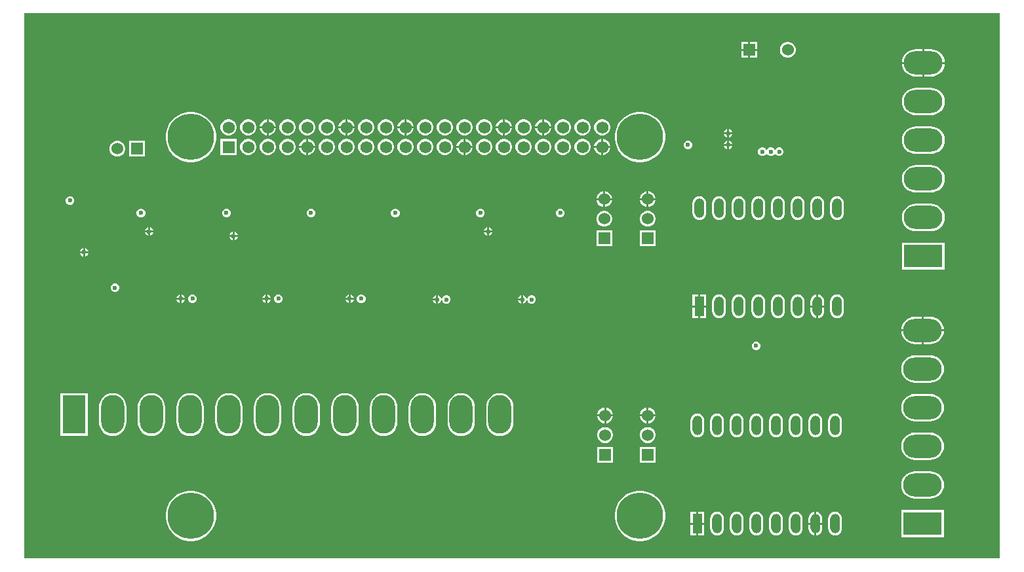
<source format=gbr>
G04*
G04 #@! TF.GenerationSoftware,Altium Limited,Altium Designer,24.0.1 (36)*
G04*
G04 Layer_Physical_Order=3*
G04 Layer_Color=16776960*
%FSLAX25Y25*%
%MOIN*%
G70*
G04*
G04 #@! TF.SameCoordinates,EAEA65AB-E80B-4046-BB69-B77F90F57262*
G04*
G04*
G04 #@! TF.FilePolarity,Positive*
G04*
G01*
G75*
%ADD38C,0.06000*%
%ADD39R,0.06000X0.06000*%
%ADD40O,0.19685X0.11811*%
%ADD41R,0.19685X0.11811*%
%ADD42R,0.05000X0.10000*%
%ADD43O,0.05000X0.10000*%
%ADD44R,0.11811X0.19685*%
%ADD45O,0.11811X0.19685*%
%ADD46R,0.06000X0.06000*%
%ADD47C,0.06181*%
%ADD48R,0.06181X0.06181*%
%ADD49C,0.23622*%
%ADD50C,0.02362*%
G36*
X496063Y0D02*
X0D01*
Y277559D01*
X496063D01*
Y0D01*
D02*
G37*
%LPC*%
G36*
X372460Y263042D02*
X368960D01*
Y259542D01*
X372460D01*
Y263042D01*
D02*
G37*
G36*
X367960D02*
X364460D01*
Y259542D01*
X367960D01*
Y263042D01*
D02*
G37*
G36*
X388672D02*
X387618D01*
X386601Y262769D01*
X385689Y262243D01*
X384944Y261498D01*
X384418Y260586D01*
X384145Y259568D01*
Y258515D01*
X384418Y257498D01*
X384944Y256586D01*
X385689Y255841D01*
X386601Y255314D01*
X387618Y255042D01*
X388672D01*
X389689Y255314D01*
X390601Y255841D01*
X391346Y256586D01*
X391872Y257498D01*
X392145Y258515D01*
Y259568D01*
X391872Y260586D01*
X391346Y261498D01*
X390601Y262243D01*
X389689Y262769D01*
X388672Y263042D01*
D02*
G37*
G36*
X372460Y258542D02*
X368960D01*
Y255042D01*
X372460D01*
Y258542D01*
D02*
G37*
G36*
X367960D02*
X364460D01*
Y255042D01*
X367960D01*
Y258542D01*
D02*
G37*
G36*
X461024Y259301D02*
X457587D01*
Y252862D01*
X467913D01*
X467829Y253716D01*
X467434Y255018D01*
X466793Y256217D01*
X465930Y257269D01*
X464879Y258132D01*
X463679Y258773D01*
X462377Y259168D01*
X461024Y259301D01*
D02*
G37*
G36*
X456587D02*
X453150D01*
X451796Y259168D01*
X450494Y258773D01*
X449295Y258132D01*
X448243Y257269D01*
X447380Y256217D01*
X446739Y255018D01*
X446344Y253716D01*
X446260Y252862D01*
X456587D01*
Y259301D01*
D02*
G37*
G36*
X467913Y251862D02*
X457587D01*
Y245423D01*
X461024D01*
X462377Y245557D01*
X463679Y245952D01*
X464879Y246593D01*
X465930Y247456D01*
X466793Y248507D01*
X467434Y249707D01*
X467829Y251009D01*
X467913Y251862D01*
D02*
G37*
G36*
X456587D02*
X446260D01*
X446344Y251009D01*
X446739Y249707D01*
X447380Y248507D01*
X448243Y247456D01*
X449295Y246593D01*
X450494Y245952D01*
X451796Y245557D01*
X453150Y245423D01*
X456587D01*
Y251862D01*
D02*
G37*
G36*
X461024Y239616D02*
X453150D01*
X451796Y239483D01*
X450494Y239088D01*
X449295Y238447D01*
X448243Y237584D01*
X447380Y236532D01*
X446739Y235333D01*
X446344Y234031D01*
X446211Y232677D01*
X446344Y231324D01*
X446739Y230022D01*
X447380Y228822D01*
X448243Y227771D01*
X449295Y226908D01*
X450494Y226266D01*
X451796Y225872D01*
X453150Y225738D01*
X461024D01*
X462377Y225872D01*
X463679Y226266D01*
X464879Y226908D01*
X465930Y227771D01*
X466793Y228822D01*
X467434Y230022D01*
X467829Y231324D01*
X467963Y232677D01*
X467829Y234031D01*
X467434Y235333D01*
X466793Y236532D01*
X465930Y237584D01*
X464879Y238447D01*
X463679Y239088D01*
X462377Y239483D01*
X461024Y239616D01*
D02*
G37*
G36*
X264377Y223638D02*
X264339D01*
Y220047D01*
X267929D01*
Y220086D01*
X267650Y221126D01*
X267112Y222059D01*
X266350Y222820D01*
X265418Y223359D01*
X264377Y223638D01*
D02*
G37*
G36*
X263339D02*
X263300D01*
X262260Y223359D01*
X261327Y222820D01*
X260565Y222059D01*
X260027Y221126D01*
X259748Y220086D01*
Y220047D01*
X263339D01*
Y223638D01*
D02*
G37*
G36*
X244377D02*
X244339D01*
Y220047D01*
X247929D01*
Y220086D01*
X247650Y221126D01*
X247112Y222059D01*
X246350Y222820D01*
X245417Y223359D01*
X244377Y223638D01*
D02*
G37*
G36*
X243339D02*
X243300D01*
X242260Y223359D01*
X241327Y222820D01*
X240565Y222059D01*
X240027Y221126D01*
X239748Y220086D01*
Y220047D01*
X243339D01*
Y223638D01*
D02*
G37*
G36*
X194377D02*
X194339D01*
Y220047D01*
X197929D01*
Y220086D01*
X197650Y221126D01*
X197112Y222059D01*
X196350Y222820D01*
X195417Y223359D01*
X194377Y223638D01*
D02*
G37*
G36*
X193339D02*
X193300D01*
X192260Y223359D01*
X191327Y222820D01*
X190565Y222059D01*
X190027Y221126D01*
X189748Y220086D01*
Y220047D01*
X193339D01*
Y223638D01*
D02*
G37*
G36*
X164377D02*
X164339D01*
Y220047D01*
X167929D01*
Y220086D01*
X167650Y221126D01*
X167112Y222059D01*
X166350Y222820D01*
X165418Y223359D01*
X164377Y223638D01*
D02*
G37*
G36*
X163339D02*
X163300D01*
X162260Y223359D01*
X161327Y222820D01*
X160565Y222059D01*
X160027Y221126D01*
X159748Y220086D01*
Y220047D01*
X163339D01*
Y223638D01*
D02*
G37*
G36*
X124377D02*
X124339D01*
Y220047D01*
X127929D01*
Y220086D01*
X127650Y221126D01*
X127112Y222059D01*
X126350Y222820D01*
X125417Y223359D01*
X124377Y223638D01*
D02*
G37*
G36*
X123339D02*
X123300D01*
X122260Y223359D01*
X121327Y222820D01*
X120565Y222059D01*
X120027Y221126D01*
X119748Y220086D01*
Y220047D01*
X123339D01*
Y223638D01*
D02*
G37*
G36*
X358374Y218689D02*
Y217035D01*
X360028D01*
X359723Y217771D01*
X359109Y218385D01*
X358374Y218689D01*
D02*
G37*
G36*
X357374D02*
X356639Y218385D01*
X356025Y217771D01*
X355720Y217035D01*
X357374D01*
Y218689D01*
D02*
G37*
G36*
X294377Y223638D02*
X293300D01*
X292260Y223359D01*
X291327Y222820D01*
X290565Y222059D01*
X290027Y221126D01*
X289748Y220086D01*
Y219009D01*
X290027Y217968D01*
X290565Y217036D01*
X291327Y216274D01*
X292260Y215736D01*
X293300Y215457D01*
X294377D01*
X295417Y215736D01*
X296350Y216274D01*
X297112Y217036D01*
X297650Y217968D01*
X297929Y219009D01*
Y220086D01*
X297650Y221126D01*
X297112Y222059D01*
X296350Y222820D01*
X295417Y223359D01*
X294377Y223638D01*
D02*
G37*
G36*
X284377D02*
X283300D01*
X282260Y223359D01*
X281327Y222820D01*
X280565Y222059D01*
X280027Y221126D01*
X279748Y220086D01*
Y219009D01*
X280027Y217968D01*
X280565Y217036D01*
X281327Y216274D01*
X282260Y215736D01*
X283300Y215457D01*
X284377D01*
X285418Y215736D01*
X286350Y216274D01*
X287112Y217036D01*
X287650Y217968D01*
X287929Y219009D01*
Y220086D01*
X287650Y221126D01*
X287112Y222059D01*
X286350Y222820D01*
X285418Y223359D01*
X284377Y223638D01*
D02*
G37*
G36*
X274377D02*
X273300D01*
X272260Y223359D01*
X271327Y222820D01*
X270565Y222059D01*
X270027Y221126D01*
X269748Y220086D01*
Y219009D01*
X270027Y217968D01*
X270565Y217036D01*
X271327Y216274D01*
X272260Y215736D01*
X273300Y215457D01*
X274377D01*
X275417Y215736D01*
X276350Y216274D01*
X277112Y217036D01*
X277650Y217968D01*
X277929Y219009D01*
Y220086D01*
X277650Y221126D01*
X277112Y222059D01*
X276350Y222820D01*
X275417Y223359D01*
X274377Y223638D01*
D02*
G37*
G36*
X267929Y219047D02*
X264339D01*
Y215457D01*
X264377D01*
X265418Y215736D01*
X266350Y216274D01*
X267112Y217036D01*
X267650Y217968D01*
X267929Y219009D01*
Y219047D01*
D02*
G37*
G36*
X263339D02*
X259748D01*
Y219009D01*
X260027Y217968D01*
X260565Y217036D01*
X261327Y216274D01*
X262260Y215736D01*
X263300Y215457D01*
X263339D01*
Y219047D01*
D02*
G37*
G36*
X254377Y223638D02*
X253300D01*
X252260Y223359D01*
X251327Y222820D01*
X250565Y222059D01*
X250027Y221126D01*
X249748Y220086D01*
Y219009D01*
X250027Y217968D01*
X250565Y217036D01*
X251327Y216274D01*
X252260Y215736D01*
X253300Y215457D01*
X254377D01*
X255417Y215736D01*
X256350Y216274D01*
X257112Y217036D01*
X257650Y217968D01*
X257929Y219009D01*
Y220086D01*
X257650Y221126D01*
X257112Y222059D01*
X256350Y222820D01*
X255417Y223359D01*
X254377Y223638D01*
D02*
G37*
G36*
X247929Y219047D02*
X244339D01*
Y215457D01*
X244377D01*
X245417Y215736D01*
X246350Y216274D01*
X247112Y217036D01*
X247650Y217968D01*
X247929Y219009D01*
Y219047D01*
D02*
G37*
G36*
X243339D02*
X239748D01*
Y219009D01*
X240027Y217968D01*
X240565Y217036D01*
X241327Y216274D01*
X242260Y215736D01*
X243300Y215457D01*
X243339D01*
Y219047D01*
D02*
G37*
G36*
X234377Y223638D02*
X233300D01*
X232260Y223359D01*
X231327Y222820D01*
X230565Y222059D01*
X230027Y221126D01*
X229748Y220086D01*
Y219009D01*
X230027Y217968D01*
X230565Y217036D01*
X231327Y216274D01*
X232260Y215736D01*
X233300Y215457D01*
X234377D01*
X235418Y215736D01*
X236350Y216274D01*
X237112Y217036D01*
X237650Y217968D01*
X237929Y219009D01*
Y220086D01*
X237650Y221126D01*
X237112Y222059D01*
X236350Y222820D01*
X235418Y223359D01*
X234377Y223638D01*
D02*
G37*
G36*
X224377D02*
X223300D01*
X222260Y223359D01*
X221327Y222820D01*
X220565Y222059D01*
X220027Y221126D01*
X219748Y220086D01*
Y219009D01*
X220027Y217968D01*
X220565Y217036D01*
X221327Y216274D01*
X222260Y215736D01*
X223300Y215457D01*
X224377D01*
X225417Y215736D01*
X226350Y216274D01*
X227112Y217036D01*
X227650Y217968D01*
X227929Y219009D01*
Y220086D01*
X227650Y221126D01*
X227112Y222059D01*
X226350Y222820D01*
X225417Y223359D01*
X224377Y223638D01*
D02*
G37*
G36*
X214377D02*
X213300D01*
X212260Y223359D01*
X211327Y222820D01*
X210565Y222059D01*
X210027Y221126D01*
X209748Y220086D01*
Y219009D01*
X210027Y217968D01*
X210565Y217036D01*
X211327Y216274D01*
X212260Y215736D01*
X213300Y215457D01*
X214377D01*
X215418Y215736D01*
X216350Y216274D01*
X217112Y217036D01*
X217650Y217968D01*
X217929Y219009D01*
Y220086D01*
X217650Y221126D01*
X217112Y222059D01*
X216350Y222820D01*
X215418Y223359D01*
X214377Y223638D01*
D02*
G37*
G36*
X204377D02*
X203300D01*
X202260Y223359D01*
X201327Y222820D01*
X200565Y222059D01*
X200027Y221126D01*
X199748Y220086D01*
Y219009D01*
X200027Y217968D01*
X200565Y217036D01*
X201327Y216274D01*
X202260Y215736D01*
X203300Y215457D01*
X204377D01*
X205417Y215736D01*
X206350Y216274D01*
X207112Y217036D01*
X207650Y217968D01*
X207929Y219009D01*
Y220086D01*
X207650Y221126D01*
X207112Y222059D01*
X206350Y222820D01*
X205417Y223359D01*
X204377Y223638D01*
D02*
G37*
G36*
X197929Y219047D02*
X194339D01*
Y215457D01*
X194377D01*
X195417Y215736D01*
X196350Y216274D01*
X197112Y217036D01*
X197650Y217968D01*
X197929Y219009D01*
Y219047D01*
D02*
G37*
G36*
X193339D02*
X189748D01*
Y219009D01*
X190027Y217968D01*
X190565Y217036D01*
X191327Y216274D01*
X192260Y215736D01*
X193300Y215457D01*
X193339D01*
Y219047D01*
D02*
G37*
G36*
X184377Y223638D02*
X183300D01*
X182260Y223359D01*
X181327Y222820D01*
X180565Y222059D01*
X180027Y221126D01*
X179748Y220086D01*
Y219009D01*
X180027Y217968D01*
X180565Y217036D01*
X181327Y216274D01*
X182260Y215736D01*
X183300Y215457D01*
X184377D01*
X185417Y215736D01*
X186350Y216274D01*
X187112Y217036D01*
X187650Y217968D01*
X187929Y219009D01*
Y220086D01*
X187650Y221126D01*
X187112Y222059D01*
X186350Y222820D01*
X185417Y223359D01*
X184377Y223638D01*
D02*
G37*
G36*
X174377D02*
X173300D01*
X172260Y223359D01*
X171327Y222820D01*
X170565Y222059D01*
X170027Y221126D01*
X169748Y220086D01*
Y219009D01*
X170027Y217968D01*
X170565Y217036D01*
X171327Y216274D01*
X172260Y215736D01*
X173300Y215457D01*
X174377D01*
X175417Y215736D01*
X176350Y216274D01*
X177112Y217036D01*
X177650Y217968D01*
X177929Y219009D01*
Y220086D01*
X177650Y221126D01*
X177112Y222059D01*
X176350Y222820D01*
X175417Y223359D01*
X174377Y223638D01*
D02*
G37*
G36*
X167929Y219047D02*
X164339D01*
Y215457D01*
X164377D01*
X165418Y215736D01*
X166350Y216274D01*
X167112Y217036D01*
X167650Y217968D01*
X167929Y219009D01*
Y219047D01*
D02*
G37*
G36*
X163339D02*
X159748D01*
Y219009D01*
X160027Y217968D01*
X160565Y217036D01*
X161327Y216274D01*
X162260Y215736D01*
X163300Y215457D01*
X163339D01*
Y219047D01*
D02*
G37*
G36*
X154377Y223638D02*
X153300D01*
X152260Y223359D01*
X151327Y222820D01*
X150565Y222059D01*
X150027Y221126D01*
X149748Y220086D01*
Y219009D01*
X150027Y217968D01*
X150565Y217036D01*
X151327Y216274D01*
X152260Y215736D01*
X153300Y215457D01*
X154377D01*
X155418Y215736D01*
X156350Y216274D01*
X157112Y217036D01*
X157650Y217968D01*
X157929Y219009D01*
Y220086D01*
X157650Y221126D01*
X157112Y222059D01*
X156350Y222820D01*
X155418Y223359D01*
X154377Y223638D01*
D02*
G37*
G36*
X144377D02*
X143300D01*
X142260Y223359D01*
X141327Y222820D01*
X140565Y222059D01*
X140027Y221126D01*
X139748Y220086D01*
Y219009D01*
X140027Y217968D01*
X140565Y217036D01*
X141327Y216274D01*
X142260Y215736D01*
X143300Y215457D01*
X144377D01*
X145417Y215736D01*
X146350Y216274D01*
X147112Y217036D01*
X147650Y217968D01*
X147929Y219009D01*
Y220086D01*
X147650Y221126D01*
X147112Y222059D01*
X146350Y222820D01*
X145417Y223359D01*
X144377Y223638D01*
D02*
G37*
G36*
X134377D02*
X133300D01*
X132260Y223359D01*
X131327Y222820D01*
X130565Y222059D01*
X130027Y221126D01*
X129748Y220086D01*
Y219009D01*
X130027Y217968D01*
X130565Y217036D01*
X131327Y216274D01*
X132260Y215736D01*
X133300Y215457D01*
X134377D01*
X135417Y215736D01*
X136350Y216274D01*
X137112Y217036D01*
X137650Y217968D01*
X137929Y219009D01*
Y220086D01*
X137650Y221126D01*
X137112Y222059D01*
X136350Y222820D01*
X135417Y223359D01*
X134377Y223638D01*
D02*
G37*
G36*
X127929Y219047D02*
X124339D01*
Y215457D01*
X124377D01*
X125417Y215736D01*
X126350Y216274D01*
X127112Y217036D01*
X127650Y217968D01*
X127929Y219009D01*
Y219047D01*
D02*
G37*
G36*
X123339D02*
X119748D01*
Y219009D01*
X120027Y217968D01*
X120565Y217036D01*
X121327Y216274D01*
X122260Y215736D01*
X123300Y215457D01*
X123339D01*
Y219047D01*
D02*
G37*
G36*
X114377Y223638D02*
X113300D01*
X112260Y223359D01*
X111327Y222820D01*
X110565Y222059D01*
X110027Y221126D01*
X109748Y220086D01*
Y219009D01*
X110027Y217968D01*
X110565Y217036D01*
X111327Y216274D01*
X112260Y215736D01*
X113300Y215457D01*
X114377D01*
X115418Y215736D01*
X116350Y216274D01*
X117112Y217036D01*
X117650Y217968D01*
X117929Y219009D01*
Y220086D01*
X117650Y221126D01*
X117112Y222059D01*
X116350Y222820D01*
X115418Y223359D01*
X114377Y223638D01*
D02*
G37*
G36*
X104377D02*
X103300D01*
X102260Y223359D01*
X101327Y222820D01*
X100565Y222059D01*
X100027Y221126D01*
X99748Y220086D01*
Y219009D01*
X100027Y217968D01*
X100565Y217036D01*
X101327Y216274D01*
X102260Y215736D01*
X103300Y215457D01*
X104377D01*
X105418Y215736D01*
X106350Y216274D01*
X107112Y217036D01*
X107650Y217968D01*
X107929Y219009D01*
Y220086D01*
X107650Y221126D01*
X107112Y222059D01*
X106350Y222820D01*
X105418Y223359D01*
X104377Y223638D01*
D02*
G37*
G36*
X360028Y216035D02*
X358374D01*
Y214382D01*
X359109Y214686D01*
X359723Y215300D01*
X360028Y216035D01*
D02*
G37*
G36*
X357374D02*
X355720D01*
X356025Y215300D01*
X356639Y214686D01*
X357374Y214382D01*
Y216035D01*
D02*
G37*
G36*
X358374Y212784D02*
Y211130D01*
X360028D01*
X359723Y211865D01*
X359109Y212479D01*
X358374Y212784D01*
D02*
G37*
G36*
X357374D02*
X356639Y212479D01*
X356025Y211865D01*
X355720Y211130D01*
X357374D01*
Y212784D01*
D02*
G37*
G36*
X294377Y213638D02*
X294339D01*
Y210047D01*
X297929D01*
Y210086D01*
X297650Y211126D01*
X297112Y212059D01*
X296350Y212821D01*
X295417Y213359D01*
X294377Y213638D01*
D02*
G37*
G36*
X293339D02*
X293300D01*
X292260Y213359D01*
X291327Y212821D01*
X290565Y212059D01*
X290027Y211126D01*
X289748Y210086D01*
Y210047D01*
X293339D01*
Y213638D01*
D02*
G37*
G36*
X224377D02*
X224339D01*
Y210047D01*
X227929D01*
Y210086D01*
X227650Y211126D01*
X227112Y212059D01*
X226350Y212821D01*
X225417Y213359D01*
X224377Y213638D01*
D02*
G37*
G36*
X223339D02*
X223300D01*
X222260Y213359D01*
X221327Y212821D01*
X220565Y212059D01*
X220027Y211126D01*
X219748Y210086D01*
Y210047D01*
X223339D01*
Y213638D01*
D02*
G37*
G36*
X144377D02*
X144339D01*
Y210047D01*
X147929D01*
Y210086D01*
X147650Y211126D01*
X147112Y212059D01*
X146350Y212821D01*
X145417Y213359D01*
X144377Y213638D01*
D02*
G37*
G36*
X143339D02*
X143300D01*
X142260Y213359D01*
X141327Y212821D01*
X140565Y212059D01*
X140027Y211126D01*
X139748Y210086D01*
Y210047D01*
X143339D01*
Y213638D01*
D02*
G37*
G36*
X360028Y210130D02*
X358374D01*
Y208476D01*
X359109Y208781D01*
X359723Y209394D01*
X360028Y210130D01*
D02*
G37*
G36*
X357374D02*
X355720D01*
X356025Y209394D01*
X356639Y208781D01*
X357374Y208476D01*
Y210130D01*
D02*
G37*
G36*
X337835Y212811D02*
X336968D01*
X336166Y212479D01*
X335553Y211865D01*
X335221Y211064D01*
Y210196D01*
X335553Y209394D01*
X336166Y208781D01*
X336968Y208449D01*
X337835D01*
X338637Y208781D01*
X339251Y209394D01*
X339583Y210196D01*
Y211064D01*
X339251Y211865D01*
X338637Y212479D01*
X337835Y212811D01*
D02*
G37*
G36*
X384292Y209268D02*
X383424D01*
X382623Y208936D01*
X382009Y208322D01*
X381943Y208162D01*
X381443D01*
X381377Y208322D01*
X380763Y208936D01*
X379961Y209268D01*
X379094D01*
X378292Y208936D01*
X377678Y208322D01*
X377612Y208162D01*
X377112D01*
X377046Y208322D01*
X376432Y208936D01*
X375631Y209268D01*
X374763D01*
X373961Y208936D01*
X373348Y208322D01*
X373016Y207521D01*
Y206653D01*
X373348Y205851D01*
X373961Y205238D01*
X374763Y204906D01*
X375631D01*
X376432Y205238D01*
X377046Y205851D01*
X377112Y206011D01*
X377612D01*
X377678Y205851D01*
X378292Y205238D01*
X379094Y204906D01*
X379961D01*
X380763Y205238D01*
X381377Y205851D01*
X381443Y206011D01*
X381943D01*
X382009Y205851D01*
X382623Y205238D01*
X383424Y204906D01*
X384292D01*
X385094Y205238D01*
X385707Y205851D01*
X386039Y206653D01*
Y207521D01*
X385707Y208322D01*
X385094Y208936D01*
X384292Y209268D01*
D02*
G37*
G36*
X461024Y219931D02*
X453150D01*
X451796Y219798D01*
X450494Y219403D01*
X449295Y218762D01*
X448243Y217899D01*
X447380Y216847D01*
X446739Y215648D01*
X446344Y214346D01*
X446211Y212992D01*
X446344Y211638D01*
X446739Y210337D01*
X447380Y209137D01*
X448243Y208086D01*
X449295Y207223D01*
X450494Y206581D01*
X451796Y206187D01*
X453150Y206053D01*
X461024D01*
X462377Y206187D01*
X463679Y206581D01*
X464879Y207223D01*
X465930Y208086D01*
X466793Y209137D01*
X467434Y210337D01*
X467829Y211638D01*
X467963Y212992D01*
X467829Y214346D01*
X467434Y215648D01*
X466793Y216847D01*
X465930Y217899D01*
X464879Y218762D01*
X463679Y219403D01*
X462377Y219798D01*
X461024Y219931D01*
D02*
G37*
G36*
X297929Y209047D02*
X294339D01*
Y205457D01*
X294377D01*
X295417Y205735D01*
X296350Y206274D01*
X297112Y207036D01*
X297650Y207968D01*
X297929Y209009D01*
Y209047D01*
D02*
G37*
G36*
X293339D02*
X289748D01*
Y209009D01*
X290027Y207968D01*
X290565Y207036D01*
X291327Y206274D01*
X292260Y205735D01*
X293300Y205457D01*
X293339D01*
Y209047D01*
D02*
G37*
G36*
X284377Y213638D02*
X283300D01*
X282260Y213359D01*
X281327Y212821D01*
X280565Y212059D01*
X280027Y211126D01*
X279748Y210086D01*
Y209009D01*
X280027Y207968D01*
X280565Y207036D01*
X281327Y206274D01*
X282260Y205735D01*
X283300Y205457D01*
X284377D01*
X285418Y205735D01*
X286350Y206274D01*
X287112Y207036D01*
X287650Y207968D01*
X287929Y209009D01*
Y210086D01*
X287650Y211126D01*
X287112Y212059D01*
X286350Y212821D01*
X285418Y213359D01*
X284377Y213638D01*
D02*
G37*
G36*
X274377D02*
X273300D01*
X272260Y213359D01*
X271327Y212821D01*
X270565Y212059D01*
X270027Y211126D01*
X269748Y210086D01*
Y209009D01*
X270027Y207968D01*
X270565Y207036D01*
X271327Y206274D01*
X272260Y205735D01*
X273300Y205457D01*
X274377D01*
X275417Y205735D01*
X276350Y206274D01*
X277112Y207036D01*
X277650Y207968D01*
X277929Y209009D01*
Y210086D01*
X277650Y211126D01*
X277112Y212059D01*
X276350Y212821D01*
X275417Y213359D01*
X274377Y213638D01*
D02*
G37*
G36*
X264377D02*
X263300D01*
X262260Y213359D01*
X261327Y212821D01*
X260565Y212059D01*
X260027Y211126D01*
X259748Y210086D01*
Y209009D01*
X260027Y207968D01*
X260565Y207036D01*
X261327Y206274D01*
X262260Y205735D01*
X263300Y205457D01*
X264377D01*
X265418Y205735D01*
X266350Y206274D01*
X267112Y207036D01*
X267650Y207968D01*
X267929Y209009D01*
Y210086D01*
X267650Y211126D01*
X267112Y212059D01*
X266350Y212821D01*
X265418Y213359D01*
X264377Y213638D01*
D02*
G37*
G36*
X254377D02*
X253300D01*
X252260Y213359D01*
X251327Y212821D01*
X250565Y212059D01*
X250027Y211126D01*
X249748Y210086D01*
Y209009D01*
X250027Y207968D01*
X250565Y207036D01*
X251327Y206274D01*
X252260Y205735D01*
X253300Y205457D01*
X254377D01*
X255417Y205735D01*
X256350Y206274D01*
X257112Y207036D01*
X257650Y207968D01*
X257929Y209009D01*
Y210086D01*
X257650Y211126D01*
X257112Y212059D01*
X256350Y212821D01*
X255417Y213359D01*
X254377Y213638D01*
D02*
G37*
G36*
X244377D02*
X243300D01*
X242260Y213359D01*
X241327Y212821D01*
X240565Y212059D01*
X240027Y211126D01*
X239748Y210086D01*
Y209009D01*
X240027Y207968D01*
X240565Y207036D01*
X241327Y206274D01*
X242260Y205735D01*
X243300Y205457D01*
X244377D01*
X245417Y205735D01*
X246350Y206274D01*
X247112Y207036D01*
X247650Y207968D01*
X247929Y209009D01*
Y210086D01*
X247650Y211126D01*
X247112Y212059D01*
X246350Y212821D01*
X245417Y213359D01*
X244377Y213638D01*
D02*
G37*
G36*
X234377D02*
X233300D01*
X232260Y213359D01*
X231327Y212821D01*
X230565Y212059D01*
X230027Y211126D01*
X229748Y210086D01*
Y209009D01*
X230027Y207968D01*
X230565Y207036D01*
X231327Y206274D01*
X232260Y205735D01*
X233300Y205457D01*
X234377D01*
X235418Y205735D01*
X236350Y206274D01*
X237112Y207036D01*
X237650Y207968D01*
X237929Y209009D01*
Y210086D01*
X237650Y211126D01*
X237112Y212059D01*
X236350Y212821D01*
X235418Y213359D01*
X234377Y213638D01*
D02*
G37*
G36*
X227929Y209047D02*
X224339D01*
Y205457D01*
X224377D01*
X225417Y205735D01*
X226350Y206274D01*
X227112Y207036D01*
X227650Y207968D01*
X227929Y209009D01*
Y209047D01*
D02*
G37*
G36*
X223339D02*
X219748D01*
Y209009D01*
X220027Y207968D01*
X220565Y207036D01*
X221327Y206274D01*
X222260Y205735D01*
X223300Y205457D01*
X223339D01*
Y209047D01*
D02*
G37*
G36*
X214377Y213638D02*
X213300D01*
X212260Y213359D01*
X211327Y212821D01*
X210565Y212059D01*
X210027Y211126D01*
X209748Y210086D01*
Y209009D01*
X210027Y207968D01*
X210565Y207036D01*
X211327Y206274D01*
X212260Y205735D01*
X213300Y205457D01*
X214377D01*
X215418Y205735D01*
X216350Y206274D01*
X217112Y207036D01*
X217650Y207968D01*
X217929Y209009D01*
Y210086D01*
X217650Y211126D01*
X217112Y212059D01*
X216350Y212821D01*
X215418Y213359D01*
X214377Y213638D01*
D02*
G37*
G36*
X204377D02*
X203300D01*
X202260Y213359D01*
X201327Y212821D01*
X200565Y212059D01*
X200027Y211126D01*
X199748Y210086D01*
Y209009D01*
X200027Y207968D01*
X200565Y207036D01*
X201327Y206274D01*
X202260Y205735D01*
X203300Y205457D01*
X204377D01*
X205417Y205735D01*
X206350Y206274D01*
X207112Y207036D01*
X207650Y207968D01*
X207929Y209009D01*
Y210086D01*
X207650Y211126D01*
X207112Y212059D01*
X206350Y212821D01*
X205417Y213359D01*
X204377Y213638D01*
D02*
G37*
G36*
X194377D02*
X193300D01*
X192260Y213359D01*
X191327Y212821D01*
X190565Y212059D01*
X190027Y211126D01*
X189748Y210086D01*
Y209009D01*
X190027Y207968D01*
X190565Y207036D01*
X191327Y206274D01*
X192260Y205735D01*
X193300Y205457D01*
X194377D01*
X195417Y205735D01*
X196350Y206274D01*
X197112Y207036D01*
X197650Y207968D01*
X197929Y209009D01*
Y210086D01*
X197650Y211126D01*
X197112Y212059D01*
X196350Y212821D01*
X195417Y213359D01*
X194377Y213638D01*
D02*
G37*
G36*
X184377D02*
X183300D01*
X182260Y213359D01*
X181327Y212821D01*
X180565Y212059D01*
X180027Y211126D01*
X179748Y210086D01*
Y209009D01*
X180027Y207968D01*
X180565Y207036D01*
X181327Y206274D01*
X182260Y205735D01*
X183300Y205457D01*
X184377D01*
X185417Y205735D01*
X186350Y206274D01*
X187112Y207036D01*
X187650Y207968D01*
X187929Y209009D01*
Y210086D01*
X187650Y211126D01*
X187112Y212059D01*
X186350Y212821D01*
X185417Y213359D01*
X184377Y213638D01*
D02*
G37*
G36*
X174377D02*
X173300D01*
X172260Y213359D01*
X171327Y212821D01*
X170565Y212059D01*
X170027Y211126D01*
X169748Y210086D01*
Y209009D01*
X170027Y207968D01*
X170565Y207036D01*
X171327Y206274D01*
X172260Y205735D01*
X173300Y205457D01*
X174377D01*
X175417Y205735D01*
X176350Y206274D01*
X177112Y207036D01*
X177650Y207968D01*
X177929Y209009D01*
Y210086D01*
X177650Y211126D01*
X177112Y212059D01*
X176350Y212821D01*
X175417Y213359D01*
X174377Y213638D01*
D02*
G37*
G36*
X164377D02*
X163300D01*
X162260Y213359D01*
X161327Y212821D01*
X160565Y212059D01*
X160027Y211126D01*
X159748Y210086D01*
Y209009D01*
X160027Y207968D01*
X160565Y207036D01*
X161327Y206274D01*
X162260Y205735D01*
X163300Y205457D01*
X164377D01*
X165418Y205735D01*
X166350Y206274D01*
X167112Y207036D01*
X167650Y207968D01*
X167929Y209009D01*
Y210086D01*
X167650Y211126D01*
X167112Y212059D01*
X166350Y212821D01*
X165418Y213359D01*
X164377Y213638D01*
D02*
G37*
G36*
X154377D02*
X153300D01*
X152260Y213359D01*
X151327Y212821D01*
X150565Y212059D01*
X150027Y211126D01*
X149748Y210086D01*
Y209009D01*
X150027Y207968D01*
X150565Y207036D01*
X151327Y206274D01*
X152260Y205735D01*
X153300Y205457D01*
X154377D01*
X155418Y205735D01*
X156350Y206274D01*
X157112Y207036D01*
X157650Y207968D01*
X157929Y209009D01*
Y210086D01*
X157650Y211126D01*
X157112Y212059D01*
X156350Y212821D01*
X155418Y213359D01*
X154377Y213638D01*
D02*
G37*
G36*
X147929Y209047D02*
X144339D01*
Y205457D01*
X144377D01*
X145417Y205735D01*
X146350Y206274D01*
X147112Y207036D01*
X147650Y207968D01*
X147929Y209009D01*
Y209047D01*
D02*
G37*
G36*
X143339D02*
X139748D01*
Y209009D01*
X140027Y207968D01*
X140565Y207036D01*
X141327Y206274D01*
X142260Y205735D01*
X143300Y205457D01*
X143339D01*
Y209047D01*
D02*
G37*
G36*
X134377Y213638D02*
X133300D01*
X132260Y213359D01*
X131327Y212821D01*
X130565Y212059D01*
X130027Y211126D01*
X129748Y210086D01*
Y209009D01*
X130027Y207968D01*
X130565Y207036D01*
X131327Y206274D01*
X132260Y205735D01*
X133300Y205457D01*
X134377D01*
X135417Y205735D01*
X136350Y206274D01*
X137112Y207036D01*
X137650Y207968D01*
X137929Y209009D01*
Y210086D01*
X137650Y211126D01*
X137112Y212059D01*
X136350Y212821D01*
X135417Y213359D01*
X134377Y213638D01*
D02*
G37*
G36*
X124377D02*
X123300D01*
X122260Y213359D01*
X121327Y212821D01*
X120565Y212059D01*
X120027Y211126D01*
X119748Y210086D01*
Y209009D01*
X120027Y207968D01*
X120565Y207036D01*
X121327Y206274D01*
X122260Y205735D01*
X123300Y205457D01*
X124377D01*
X125417Y205735D01*
X126350Y206274D01*
X127112Y207036D01*
X127650Y207968D01*
X127929Y209009D01*
Y210086D01*
X127650Y211126D01*
X127112Y212059D01*
X126350Y212821D01*
X125417Y213359D01*
X124377Y213638D01*
D02*
G37*
G36*
X114377D02*
X113300D01*
X112260Y213359D01*
X111327Y212821D01*
X110565Y212059D01*
X110027Y211126D01*
X109748Y210086D01*
Y209009D01*
X110027Y207968D01*
X110565Y207036D01*
X111327Y206274D01*
X112260Y205735D01*
X113300Y205457D01*
X114377D01*
X115418Y205735D01*
X116350Y206274D01*
X117112Y207036D01*
X117650Y207968D01*
X117929Y209009D01*
Y210086D01*
X117650Y211126D01*
X117112Y212059D01*
X116350Y212821D01*
X115418Y213359D01*
X114377Y213638D01*
D02*
G37*
G36*
X107929D02*
X99748D01*
Y205457D01*
X107929D01*
Y213638D01*
D02*
G37*
G36*
X61244Y212661D02*
X53244D01*
Y204661D01*
X61244D01*
Y212661D01*
D02*
G37*
G36*
X47771D02*
X46718D01*
X45700Y212389D01*
X44788Y211862D01*
X44043Y211118D01*
X43517Y210205D01*
X43244Y209188D01*
Y208135D01*
X43517Y207118D01*
X44043Y206205D01*
X44788Y205461D01*
X45700Y204934D01*
X46718Y204661D01*
X47771D01*
X48788Y204934D01*
X49700Y205461D01*
X50445Y206205D01*
X50972Y207118D01*
X51244Y208135D01*
Y209188D01*
X50972Y210205D01*
X50445Y211118D01*
X49700Y211862D01*
X48788Y212389D01*
X47771Y212661D01*
D02*
G37*
G36*
X314000Y227378D02*
X311984D01*
X309992Y227063D01*
X308074Y226439D01*
X306278Y225524D01*
X304646Y224339D01*
X303220Y222913D01*
X302035Y221281D01*
X301120Y219485D01*
X300497Y217567D01*
X300181Y215575D01*
Y213559D01*
X300497Y211567D01*
X301120Y209649D01*
X302035Y207853D01*
X303220Y206221D01*
X304646Y204795D01*
X306278Y203610D01*
X308074Y202695D01*
X309992Y202071D01*
X311984Y201756D01*
X314000D01*
X315992Y202071D01*
X317910Y202695D01*
X319707Y203610D01*
X321338Y204795D01*
X322764Y206221D01*
X323949Y207853D01*
X324865Y209649D01*
X325488Y211567D01*
X325803Y213559D01*
Y215575D01*
X325488Y217567D01*
X324865Y219485D01*
X323949Y221281D01*
X322764Y222913D01*
X321338Y224339D01*
X319707Y225524D01*
X317910Y226439D01*
X315992Y227063D01*
X314000Y227378D01*
D02*
G37*
G36*
X85654D02*
X83637D01*
X81646Y227063D01*
X79728Y226439D01*
X77931Y225524D01*
X76300Y224339D01*
X74874Y222913D01*
X73689Y221281D01*
X72773Y219485D01*
X72150Y217567D01*
X71835Y215575D01*
Y213559D01*
X72150Y211567D01*
X72773Y209649D01*
X73689Y207853D01*
X74874Y206221D01*
X76300Y204795D01*
X77931Y203610D01*
X79728Y202695D01*
X81646Y202071D01*
X83637Y201756D01*
X85654D01*
X87646Y202071D01*
X89563Y202695D01*
X91360Y203610D01*
X92992Y204795D01*
X94417Y206221D01*
X95603Y207853D01*
X96518Y209649D01*
X97141Y211567D01*
X97457Y213559D01*
Y215575D01*
X97141Y217567D01*
X96518Y219485D01*
X95603Y221281D01*
X94417Y222913D01*
X92992Y224339D01*
X91360Y225524D01*
X89563Y226439D01*
X87646Y227063D01*
X85654Y227378D01*
D02*
G37*
G36*
X461024Y200246D02*
X453150D01*
X451796Y200113D01*
X450494Y199718D01*
X449295Y199077D01*
X448243Y198214D01*
X447380Y197162D01*
X446739Y195963D01*
X446344Y194661D01*
X446211Y193307D01*
X446344Y191953D01*
X446739Y190652D01*
X447380Y189452D01*
X448243Y188400D01*
X449295Y187538D01*
X450494Y186896D01*
X451796Y186502D01*
X453150Y186368D01*
X461024D01*
X462377Y186502D01*
X463679Y186896D01*
X464879Y187538D01*
X465930Y188400D01*
X466793Y189452D01*
X467434Y190652D01*
X467829Y191953D01*
X467963Y193307D01*
X467829Y194661D01*
X467434Y195963D01*
X466793Y197162D01*
X465930Y198214D01*
X464879Y199077D01*
X463679Y199718D01*
X462377Y200113D01*
X461024Y200246D01*
D02*
G37*
G36*
X317455Y186992D02*
X317428D01*
Y183492D01*
X320928D01*
Y183518D01*
X320655Y184536D01*
X320129Y185448D01*
X319384Y186193D01*
X318472Y186719D01*
X317455Y186992D01*
D02*
G37*
G36*
X295407D02*
X295381D01*
Y183492D01*
X298881D01*
Y183518D01*
X298608Y184536D01*
X298082Y185448D01*
X297337Y186193D01*
X296425Y186719D01*
X295407Y186992D01*
D02*
G37*
G36*
X294381D02*
X294354D01*
X293337Y186719D01*
X292425Y186193D01*
X291680Y185448D01*
X291153Y184536D01*
X290881Y183518D01*
Y183492D01*
X294381D01*
Y186992D01*
D02*
G37*
G36*
X316428D02*
X316401D01*
X315384Y186719D01*
X314472Y186193D01*
X313727Y185448D01*
X313201Y184536D01*
X312928Y183518D01*
Y183492D01*
X316428D01*
Y186992D01*
D02*
G37*
G36*
X23662Y184465D02*
X22794D01*
X21993Y184133D01*
X21379Y183519D01*
X21047Y182717D01*
Y181850D01*
X21379Y181048D01*
X21993Y180434D01*
X22794Y180102D01*
X23662D01*
X24464Y180434D01*
X25077Y181048D01*
X25409Y181850D01*
Y182717D01*
X25077Y183519D01*
X24464Y184133D01*
X23662Y184465D01*
D02*
G37*
G36*
X320928Y182492D02*
X317428D01*
Y178992D01*
X317455D01*
X318472Y179264D01*
X319384Y179791D01*
X320129Y180536D01*
X320655Y181448D01*
X320928Y182465D01*
Y182492D01*
D02*
G37*
G36*
X316428D02*
X312928D01*
Y182465D01*
X313201Y181448D01*
X313727Y180536D01*
X314472Y179791D01*
X315384Y179264D01*
X316401Y178992D01*
X316428D01*
Y182492D01*
D02*
G37*
G36*
X298881D02*
X295381D01*
Y178992D01*
X295407D01*
X296425Y179264D01*
X297337Y179791D01*
X298082Y180536D01*
X298608Y181448D01*
X298881Y182465D01*
Y182492D01*
D02*
G37*
G36*
X294381D02*
X290881D01*
Y182465D01*
X291153Y181448D01*
X291680Y180536D01*
X292425Y179791D01*
X293337Y179264D01*
X294354Y178992D01*
X294381D01*
Y182492D01*
D02*
G37*
G36*
X272875Y178165D02*
X272007D01*
X271205Y177833D01*
X270592Y177220D01*
X270260Y176418D01*
Y175550D01*
X270592Y174749D01*
X271205Y174135D01*
X272007Y173803D01*
X272875D01*
X273676Y174135D01*
X274290Y174749D01*
X274622Y175550D01*
Y176418D01*
X274290Y177220D01*
X273676Y177833D01*
X272875Y178165D01*
D02*
G37*
G36*
X232324D02*
X231456D01*
X230654Y177833D01*
X230041Y177220D01*
X229709Y176418D01*
Y175550D01*
X230041Y174749D01*
X230654Y174135D01*
X231456Y173803D01*
X232324D01*
X233125Y174135D01*
X233739Y174749D01*
X234071Y175550D01*
Y176418D01*
X233739Y177220D01*
X233125Y177833D01*
X232324Y178165D01*
D02*
G37*
G36*
X189016D02*
X188149D01*
X187347Y177833D01*
X186734Y177220D01*
X186402Y176418D01*
Y175550D01*
X186734Y174749D01*
X187347Y174135D01*
X188149Y173803D01*
X189016D01*
X189818Y174135D01*
X190432Y174749D01*
X190764Y175550D01*
Y176418D01*
X190432Y177220D01*
X189818Y177833D01*
X189016Y178165D01*
D02*
G37*
G36*
X146103D02*
X145235D01*
X144434Y177833D01*
X143820Y177220D01*
X143488Y176418D01*
Y175550D01*
X143820Y174749D01*
X144434Y174135D01*
X145235Y173803D01*
X146103D01*
X146905Y174135D01*
X147518Y174749D01*
X147850Y175550D01*
Y176418D01*
X147518Y177220D01*
X146905Y177833D01*
X146103Y178165D01*
D02*
G37*
G36*
X103190D02*
X102322D01*
X101520Y177833D01*
X100907Y177220D01*
X100575Y176418D01*
Y175550D01*
X100907Y174749D01*
X101520Y174135D01*
X102322Y173803D01*
X103190D01*
X103991Y174135D01*
X104605Y174749D01*
X104937Y175550D01*
Y176418D01*
X104605Y177220D01*
X103991Y177833D01*
X103190Y178165D01*
D02*
G37*
G36*
X59689D02*
X58821D01*
X58020Y177833D01*
X57406Y177220D01*
X57074Y176418D01*
Y175550D01*
X57406Y174749D01*
X58020Y174135D01*
X58821Y173803D01*
X59689D01*
X60491Y174135D01*
X61104Y174749D01*
X61436Y175550D01*
Y176418D01*
X61104Y177220D01*
X60491Y177833D01*
X59689Y178165D01*
D02*
G37*
G36*
X413228Y184377D02*
X412315Y184256D01*
X411463Y183904D01*
X410732Y183343D01*
X410171Y182612D01*
X409818Y181760D01*
X409698Y180847D01*
Y175847D01*
X409818Y174933D01*
X410171Y174081D01*
X410732Y173350D01*
X411463Y172789D01*
X412315Y172437D01*
X413228Y172316D01*
X414142Y172437D01*
X414993Y172789D01*
X415725Y173350D01*
X416286Y174081D01*
X416638Y174933D01*
X416758Y175847D01*
Y180847D01*
X416638Y181760D01*
X416286Y182612D01*
X415725Y183343D01*
X414993Y183904D01*
X414142Y184256D01*
X413228Y184377D01*
D02*
G37*
G36*
X403228D02*
X402315Y184256D01*
X401463Y183904D01*
X400732Y183343D01*
X400171Y182612D01*
X399818Y181760D01*
X399698Y180847D01*
Y175847D01*
X399818Y174933D01*
X400171Y174081D01*
X400732Y173350D01*
X401463Y172789D01*
X402315Y172437D01*
X403228Y172316D01*
X404142Y172437D01*
X404993Y172789D01*
X405725Y173350D01*
X406286Y174081D01*
X406638Y174933D01*
X406758Y175847D01*
Y180847D01*
X406638Y181760D01*
X406286Y182612D01*
X405725Y183343D01*
X404993Y183904D01*
X404142Y184256D01*
X403228Y184377D01*
D02*
G37*
G36*
X393228D02*
X392315Y184256D01*
X391463Y183904D01*
X390732Y183343D01*
X390171Y182612D01*
X389818Y181760D01*
X389698Y180847D01*
Y175847D01*
X389818Y174933D01*
X390171Y174081D01*
X390732Y173350D01*
X391463Y172789D01*
X392315Y172437D01*
X393228Y172316D01*
X394142Y172437D01*
X394993Y172789D01*
X395725Y173350D01*
X396286Y174081D01*
X396638Y174933D01*
X396759Y175847D01*
Y180847D01*
X396638Y181760D01*
X396286Y182612D01*
X395725Y183343D01*
X394993Y183904D01*
X394142Y184256D01*
X393228Y184377D01*
D02*
G37*
G36*
X383228D02*
X382315Y184256D01*
X381463Y183904D01*
X380732Y183343D01*
X380171Y182612D01*
X379818Y181760D01*
X379698Y180847D01*
Y175847D01*
X379818Y174933D01*
X380171Y174081D01*
X380732Y173350D01*
X381463Y172789D01*
X382315Y172437D01*
X383228Y172316D01*
X384142Y172437D01*
X384993Y172789D01*
X385725Y173350D01*
X386286Y174081D01*
X386638Y174933D01*
X386758Y175847D01*
Y180847D01*
X386638Y181760D01*
X386286Y182612D01*
X385725Y183343D01*
X384993Y183904D01*
X384142Y184256D01*
X383228Y184377D01*
D02*
G37*
G36*
X373228D02*
X372315Y184256D01*
X371463Y183904D01*
X370732Y183343D01*
X370171Y182612D01*
X369818Y181760D01*
X369698Y180847D01*
Y175847D01*
X369818Y174933D01*
X370171Y174081D01*
X370732Y173350D01*
X371463Y172789D01*
X372315Y172437D01*
X373228Y172316D01*
X374142Y172437D01*
X374993Y172789D01*
X375725Y173350D01*
X376286Y174081D01*
X376638Y174933D01*
X376759Y175847D01*
Y180847D01*
X376638Y181760D01*
X376286Y182612D01*
X375725Y183343D01*
X374993Y183904D01*
X374142Y184256D01*
X373228Y184377D01*
D02*
G37*
G36*
X363228D02*
X362315Y184256D01*
X361463Y183904D01*
X360732Y183343D01*
X360171Y182612D01*
X359818Y181760D01*
X359698Y180847D01*
Y175847D01*
X359818Y174933D01*
X360171Y174081D01*
X360732Y173350D01*
X361463Y172789D01*
X362315Y172437D01*
X363228Y172316D01*
X364142Y172437D01*
X364993Y172789D01*
X365725Y173350D01*
X366286Y174081D01*
X366638Y174933D01*
X366758Y175847D01*
Y180847D01*
X366638Y181760D01*
X366286Y182612D01*
X365725Y183343D01*
X364993Y183904D01*
X364142Y184256D01*
X363228Y184377D01*
D02*
G37*
G36*
X353228D02*
X352315Y184256D01*
X351463Y183904D01*
X350732Y183343D01*
X350171Y182612D01*
X349818Y181760D01*
X349698Y180847D01*
Y175847D01*
X349818Y174933D01*
X350171Y174081D01*
X350732Y173350D01*
X351463Y172789D01*
X352315Y172437D01*
X353228Y172316D01*
X354142Y172437D01*
X354993Y172789D01*
X355725Y173350D01*
X356286Y174081D01*
X356638Y174933D01*
X356758Y175847D01*
Y180847D01*
X356638Y181760D01*
X356286Y182612D01*
X355725Y183343D01*
X354993Y183904D01*
X354142Y184256D01*
X353228Y184377D01*
D02*
G37*
G36*
X343228D02*
X342315Y184256D01*
X341463Y183904D01*
X340732Y183343D01*
X340171Y182612D01*
X339818Y181760D01*
X339698Y180847D01*
Y175847D01*
X339818Y174933D01*
X340171Y174081D01*
X340732Y173350D01*
X341463Y172789D01*
X342315Y172437D01*
X343228Y172316D01*
X344142Y172437D01*
X344993Y172789D01*
X345725Y173350D01*
X346286Y174081D01*
X346638Y174933D01*
X346759Y175847D01*
Y180847D01*
X346638Y181760D01*
X346286Y182612D01*
X345725Y183343D01*
X344993Y183904D01*
X344142Y184256D01*
X343228Y184377D01*
D02*
G37*
G36*
X317455Y176992D02*
X316401D01*
X315384Y176719D01*
X314472Y176193D01*
X313727Y175448D01*
X313201Y174536D01*
X312928Y173518D01*
Y172465D01*
X313201Y171448D01*
X313727Y170536D01*
X314472Y169791D01*
X315384Y169264D01*
X316401Y168992D01*
X317455D01*
X318472Y169264D01*
X319384Y169791D01*
X320129Y170536D01*
X320655Y171448D01*
X320928Y172465D01*
Y173518D01*
X320655Y174536D01*
X320129Y175448D01*
X319384Y176193D01*
X318472Y176719D01*
X317455Y176992D01*
D02*
G37*
G36*
X295407D02*
X294354D01*
X293337Y176719D01*
X292425Y176193D01*
X291680Y175448D01*
X291153Y174536D01*
X290881Y173518D01*
Y172465D01*
X291153Y171448D01*
X291680Y170536D01*
X292425Y169791D01*
X293337Y169264D01*
X294354Y168992D01*
X295407D01*
X296425Y169264D01*
X297337Y169791D01*
X298082Y170536D01*
X298608Y171448D01*
X298881Y172465D01*
Y173518D01*
X298608Y174536D01*
X298082Y175448D01*
X297337Y176193D01*
X296425Y176719D01*
X295407Y176992D01*
D02*
G37*
G36*
X236327Y168689D02*
Y167035D01*
X237981D01*
X237676Y167771D01*
X237062Y168385D01*
X236327Y168689D01*
D02*
G37*
G36*
X235327D02*
X234591Y168385D01*
X233978Y167771D01*
X233673Y167035D01*
X235327D01*
Y168689D01*
D02*
G37*
G36*
X63886D02*
Y167035D01*
X65539D01*
X65235Y167771D01*
X64621Y168385D01*
X63886Y168689D01*
D02*
G37*
G36*
X62886D02*
X62150Y168385D01*
X61537Y167771D01*
X61232Y167035D01*
X62886D01*
Y168689D01*
D02*
G37*
G36*
X461024Y180561D02*
X453150D01*
X451796Y180428D01*
X450494Y180033D01*
X449295Y179392D01*
X448243Y178529D01*
X447380Y177477D01*
X446739Y176277D01*
X446344Y174976D01*
X446211Y173622D01*
X446344Y172268D01*
X446739Y170967D01*
X447380Y169767D01*
X448243Y168716D01*
X449295Y167852D01*
X450494Y167211D01*
X451796Y166816D01*
X453150Y166683D01*
X461024D01*
X462377Y166816D01*
X463679Y167211D01*
X464879Y167852D01*
X465930Y168716D01*
X466793Y169767D01*
X467434Y170967D01*
X467829Y172268D01*
X467963Y173622D01*
X467829Y174976D01*
X467434Y176277D01*
X466793Y177477D01*
X465930Y178529D01*
X464879Y179392D01*
X463679Y180033D01*
X462377Y180428D01*
X461024Y180561D01*
D02*
G37*
G36*
X106799Y166327D02*
Y164673D01*
X108453D01*
X108148Y165409D01*
X107535Y166022D01*
X106799Y166327D01*
D02*
G37*
G36*
X105799D02*
X105064Y166022D01*
X104450Y165409D01*
X104146Y164673D01*
X105799D01*
Y166327D01*
D02*
G37*
G36*
X65539Y166035D02*
X63886D01*
Y164382D01*
X64621Y164686D01*
X65235Y165300D01*
X65539Y166035D01*
D02*
G37*
G36*
X62886D02*
X61232D01*
X61537Y165300D01*
X62150Y164686D01*
X62886Y164382D01*
Y166035D01*
D02*
G37*
G36*
X237981D02*
X236327D01*
Y164382D01*
X237062Y164686D01*
X237676Y165300D01*
X237981Y166035D01*
D02*
G37*
G36*
X235327D02*
X233673D01*
X233978Y165300D01*
X234591Y164686D01*
X235327Y164382D01*
Y166035D01*
D02*
G37*
G36*
X108453Y163673D02*
X106799D01*
Y162020D01*
X107535Y162324D01*
X108148Y162938D01*
X108453Y163673D01*
D02*
G37*
G36*
X105799D02*
X104146D01*
X104450Y162938D01*
X105064Y162324D01*
X105799Y162020D01*
Y163673D01*
D02*
G37*
G36*
X320928Y166992D02*
X312928D01*
Y158992D01*
X320928D01*
Y166992D01*
D02*
G37*
G36*
X298881D02*
X290881D01*
Y158992D01*
X298881D01*
Y166992D01*
D02*
G37*
G36*
X30815Y158059D02*
Y156405D01*
X32469D01*
X32164Y157141D01*
X31550Y157755D01*
X30815Y158059D01*
D02*
G37*
G36*
X29815D02*
X29079Y157755D01*
X28466Y157141D01*
X28161Y156405D01*
X29815D01*
Y158059D01*
D02*
G37*
G36*
X32469Y155405D02*
X30815D01*
Y153752D01*
X31550Y154057D01*
X32164Y154670D01*
X32469Y155405D01*
D02*
G37*
G36*
X29815D02*
X28161D01*
X28466Y154670D01*
X29079Y154057D01*
X29815Y153752D01*
Y155405D01*
D02*
G37*
G36*
X467929Y160843D02*
X446244D01*
Y147031D01*
X467929D01*
Y160843D01*
D02*
G37*
G36*
X46497Y139976D02*
X45629D01*
X44827Y139644D01*
X44214Y139031D01*
X43882Y138229D01*
Y137361D01*
X44214Y136560D01*
X44827Y135946D01*
X45629Y135614D01*
X46497D01*
X47298Y135946D01*
X47912Y136560D01*
X48244Y137361D01*
Y138229D01*
X47912Y139031D01*
X47298Y139644D01*
X46497Y139976D01*
D02*
G37*
G36*
X165854Y134437D02*
Y132783D01*
X167508D01*
X167203Y133519D01*
X166590Y134133D01*
X165854Y134437D01*
D02*
G37*
G36*
X164854D02*
X164119Y134133D01*
X163505Y133519D01*
X163201Y132783D01*
X164854D01*
Y134437D01*
D02*
G37*
G36*
X123728D02*
Y132783D01*
X125382D01*
X125077Y133519D01*
X124464Y134133D01*
X123728Y134437D01*
D02*
G37*
G36*
X122728D02*
X121993Y134133D01*
X121379Y133519D01*
X121075Y132783D01*
X122728D01*
Y134437D01*
D02*
G37*
G36*
X80028D02*
Y132783D01*
X81681D01*
X81377Y133519D01*
X80763Y134133D01*
X80028Y134437D01*
D02*
G37*
G36*
X79028D02*
X78292Y134133D01*
X77679Y133519D01*
X77374Y132783D01*
X79028D01*
Y134437D01*
D02*
G37*
G36*
X215001Y134071D02*
X214133D01*
X213331Y133739D01*
X212718Y133125D01*
X212475Y132540D01*
X211934D01*
X211692Y133125D01*
X211078Y133739D01*
X210343Y134044D01*
Y131890D01*
Y129736D01*
X211078Y130041D01*
X211692Y130654D01*
X211934Y131240D01*
X212475D01*
X212718Y130654D01*
X213331Y130041D01*
X214133Y129709D01*
X215001D01*
X215802Y130041D01*
X216416Y130654D01*
X216748Y131456D01*
Y132324D01*
X216416Y133125D01*
X215802Y133739D01*
X215001Y134071D01*
D02*
G37*
G36*
X258308D02*
X257440D01*
X256639Y133739D01*
X256025Y133125D01*
X255782Y132540D01*
X255241D01*
X254999Y133125D01*
X254385Y133739D01*
X253650Y134044D01*
Y131890D01*
Y129736D01*
X254385Y130041D01*
X254999Y130654D01*
X255241Y131240D01*
X255782D01*
X256025Y130654D01*
X256639Y130041D01*
X257440Y129709D01*
X258308D01*
X259109Y130041D01*
X259723Y130654D01*
X260055Y131456D01*
Y132324D01*
X259723Y133125D01*
X259109Y133739D01*
X258308Y134071D01*
D02*
G37*
G36*
X252650Y134044D02*
X251914Y133739D01*
X251301Y133125D01*
X250996Y132390D01*
X252650D01*
Y134044D01*
D02*
G37*
G36*
X209343D02*
X208607Y133739D01*
X207994Y133125D01*
X207689Y132390D01*
X209343D01*
Y134044D01*
D02*
G37*
G36*
X167508Y131783D02*
X165854D01*
Y130130D01*
X166590Y130434D01*
X167203Y131048D01*
X167508Y131783D01*
D02*
G37*
G36*
X164854D02*
X163201D01*
X163505Y131048D01*
X164119Y130434D01*
X164854Y130130D01*
Y131783D01*
D02*
G37*
G36*
X125382D02*
X123728D01*
Y130130D01*
X124464Y130434D01*
X125077Y131048D01*
X125382Y131783D01*
D02*
G37*
G36*
X122728D02*
X121075D01*
X121379Y131048D01*
X121993Y130434D01*
X122728Y130130D01*
Y131783D01*
D02*
G37*
G36*
X81681D02*
X80028D01*
Y130130D01*
X80763Y130434D01*
X81377Y131048D01*
X81681Y131783D01*
D02*
G37*
G36*
X79028D02*
X77374D01*
X77679Y131048D01*
X78292Y130434D01*
X79028Y130130D01*
Y131783D01*
D02*
G37*
G36*
X171694Y134465D02*
X170826D01*
X170024Y134133D01*
X169411Y133519D01*
X169079Y132717D01*
Y131850D01*
X169411Y131048D01*
X170024Y130434D01*
X170826Y130102D01*
X171694D01*
X172495Y130434D01*
X173109Y131048D01*
X173441Y131850D01*
Y132717D01*
X173109Y133519D01*
X172495Y134133D01*
X171694Y134465D01*
D02*
G37*
G36*
X129568D02*
X128700D01*
X127898Y134133D01*
X127285Y133519D01*
X126953Y132717D01*
Y131850D01*
X127285Y131048D01*
X127898Y130434D01*
X128700Y130102D01*
X129568D01*
X130369Y130434D01*
X130983Y131048D01*
X131315Y131850D01*
Y132717D01*
X130983Y133519D01*
X130369Y134133D01*
X129568Y134465D01*
D02*
G37*
G36*
X85867D02*
X84999D01*
X84198Y134133D01*
X83584Y133519D01*
X83252Y132717D01*
Y131850D01*
X83584Y131048D01*
X84198Y130434D01*
X84999Y130102D01*
X85867D01*
X86669Y130434D01*
X87282Y131048D01*
X87614Y131850D01*
Y132717D01*
X87282Y133519D01*
X86669Y134133D01*
X85867Y134465D01*
D02*
G37*
G36*
X252650Y131390D02*
X250996D01*
X251301Y130654D01*
X251914Y130041D01*
X252650Y129736D01*
Y131390D01*
D02*
G37*
G36*
X209343D02*
X207689D01*
X207994Y130654D01*
X208607Y130041D01*
X209343Y129736D01*
Y131390D01*
D02*
G37*
G36*
X403728Y134311D02*
Y128847D01*
X406758D01*
Y130847D01*
X406638Y131760D01*
X406286Y132612D01*
X405725Y133343D01*
X404993Y133904D01*
X404142Y134256D01*
X403728Y134311D01*
D02*
G37*
G36*
X346728Y134346D02*
X343728D01*
Y128847D01*
X346728D01*
Y134346D01*
D02*
G37*
G36*
X342728D02*
X339728D01*
Y128847D01*
X342728D01*
Y134346D01*
D02*
G37*
G36*
X402728Y134311D02*
X402315Y134256D01*
X401463Y133904D01*
X400732Y133343D01*
X400171Y132612D01*
X399818Y131760D01*
X399698Y130847D01*
Y128847D01*
X402728D01*
Y134311D01*
D02*
G37*
G36*
X406758Y127847D02*
X403728D01*
Y122382D01*
X404142Y122437D01*
X404993Y122789D01*
X405725Y123350D01*
X406286Y124081D01*
X406638Y124933D01*
X406758Y125847D01*
Y127847D01*
D02*
G37*
G36*
X402728D02*
X399698D01*
Y125847D01*
X399818Y124933D01*
X400171Y124081D01*
X400732Y123350D01*
X401463Y122789D01*
X402315Y122437D01*
X402728Y122382D01*
Y127847D01*
D02*
G37*
G36*
X346728D02*
X343728D01*
Y122346D01*
X346728D01*
Y127847D01*
D02*
G37*
G36*
X342728D02*
X339728D01*
Y122346D01*
X342728D01*
Y127847D01*
D02*
G37*
G36*
X413228Y134377D02*
X412315Y134256D01*
X411463Y133904D01*
X410732Y133343D01*
X410171Y132612D01*
X409818Y131760D01*
X409698Y130847D01*
Y125847D01*
X409818Y124933D01*
X410171Y124081D01*
X410732Y123350D01*
X411463Y122789D01*
X412315Y122437D01*
X413228Y122316D01*
X414142Y122437D01*
X414993Y122789D01*
X415725Y123350D01*
X416286Y124081D01*
X416638Y124933D01*
X416758Y125847D01*
Y130847D01*
X416638Y131760D01*
X416286Y132612D01*
X415725Y133343D01*
X414993Y133904D01*
X414142Y134256D01*
X413228Y134377D01*
D02*
G37*
G36*
X393228D02*
X392315Y134256D01*
X391463Y133904D01*
X390732Y133343D01*
X390171Y132612D01*
X389818Y131760D01*
X389698Y130847D01*
Y125847D01*
X389818Y124933D01*
X390171Y124081D01*
X390732Y123350D01*
X391463Y122789D01*
X392315Y122437D01*
X393228Y122316D01*
X394142Y122437D01*
X394993Y122789D01*
X395725Y123350D01*
X396286Y124081D01*
X396638Y124933D01*
X396759Y125847D01*
Y130847D01*
X396638Y131760D01*
X396286Y132612D01*
X395725Y133343D01*
X394993Y133904D01*
X394142Y134256D01*
X393228Y134377D01*
D02*
G37*
G36*
X383228D02*
X382315Y134256D01*
X381463Y133904D01*
X380732Y133343D01*
X380171Y132612D01*
X379818Y131760D01*
X379698Y130847D01*
Y125847D01*
X379818Y124933D01*
X380171Y124081D01*
X380732Y123350D01*
X381463Y122789D01*
X382315Y122437D01*
X383228Y122316D01*
X384142Y122437D01*
X384993Y122789D01*
X385725Y123350D01*
X386286Y124081D01*
X386638Y124933D01*
X386758Y125847D01*
Y130847D01*
X386638Y131760D01*
X386286Y132612D01*
X385725Y133343D01*
X384993Y133904D01*
X384142Y134256D01*
X383228Y134377D01*
D02*
G37*
G36*
X373228D02*
X372315Y134256D01*
X371463Y133904D01*
X370732Y133343D01*
X370171Y132612D01*
X369818Y131760D01*
X369698Y130847D01*
Y125847D01*
X369818Y124933D01*
X370171Y124081D01*
X370732Y123350D01*
X371463Y122789D01*
X372315Y122437D01*
X373228Y122316D01*
X374142Y122437D01*
X374993Y122789D01*
X375725Y123350D01*
X376286Y124081D01*
X376638Y124933D01*
X376759Y125847D01*
Y130847D01*
X376638Y131760D01*
X376286Y132612D01*
X375725Y133343D01*
X374993Y133904D01*
X374142Y134256D01*
X373228Y134377D01*
D02*
G37*
G36*
X363228D02*
X362315Y134256D01*
X361463Y133904D01*
X360732Y133343D01*
X360171Y132612D01*
X359818Y131760D01*
X359698Y130847D01*
Y125847D01*
X359818Y124933D01*
X360171Y124081D01*
X360732Y123350D01*
X361463Y122789D01*
X362315Y122437D01*
X363228Y122316D01*
X364142Y122437D01*
X364993Y122789D01*
X365725Y123350D01*
X366286Y124081D01*
X366638Y124933D01*
X366758Y125847D01*
Y130847D01*
X366638Y131760D01*
X366286Y132612D01*
X365725Y133343D01*
X364993Y133904D01*
X364142Y134256D01*
X363228Y134377D01*
D02*
G37*
G36*
X353228D02*
X352315Y134256D01*
X351463Y133904D01*
X350732Y133343D01*
X350171Y132612D01*
X349818Y131760D01*
X349698Y130847D01*
Y125847D01*
X349818Y124933D01*
X350171Y124081D01*
X350732Y123350D01*
X351463Y122789D01*
X352315Y122437D01*
X353228Y122316D01*
X354142Y122437D01*
X354993Y122789D01*
X355725Y123350D01*
X356286Y124081D01*
X356638Y124933D01*
X356758Y125847D01*
Y130847D01*
X356638Y131760D01*
X356286Y132612D01*
X355725Y133343D01*
X354993Y133904D01*
X354142Y134256D01*
X353228Y134377D01*
D02*
G37*
G36*
X460630Y123081D02*
X457193D01*
Y116642D01*
X467520D01*
X467436Y117496D01*
X467041Y118797D01*
X466399Y119997D01*
X465536Y121048D01*
X464485Y121911D01*
X463285Y122553D01*
X461984Y122947D01*
X460630Y123081D01*
D02*
G37*
G36*
X456193D02*
X452756D01*
X451402Y122947D01*
X450101Y122553D01*
X448901Y121911D01*
X447849Y121048D01*
X446986Y119997D01*
X446345Y118797D01*
X445950Y117496D01*
X445866Y116642D01*
X456193D01*
Y123081D01*
D02*
G37*
G36*
X467520Y115642D02*
X457193D01*
Y109203D01*
X460630D01*
X461984Y109336D01*
X463285Y109731D01*
X464485Y110372D01*
X465536Y111235D01*
X466399Y112287D01*
X467041Y113486D01*
X467436Y114788D01*
X467520Y115642D01*
D02*
G37*
G36*
X456193D02*
X445866D01*
X445950Y114788D01*
X446345Y113486D01*
X446986Y112287D01*
X447849Y111235D01*
X448901Y110372D01*
X450101Y109731D01*
X451402Y109336D01*
X452756Y109203D01*
X456193D01*
Y115642D01*
D02*
G37*
G36*
X372481Y110449D02*
X371613D01*
X370812Y110117D01*
X370198Y109503D01*
X369866Y108702D01*
Y107834D01*
X370198Y107032D01*
X370812Y106419D01*
X371613Y106087D01*
X372481D01*
X373283Y106419D01*
X373896Y107032D01*
X374228Y107834D01*
Y108702D01*
X373896Y109503D01*
X373283Y110117D01*
X372481Y110449D01*
D02*
G37*
G36*
X460630Y103396D02*
X452756D01*
X451402Y103262D01*
X450101Y102867D01*
X448901Y102226D01*
X447849Y101363D01*
X446986Y100312D01*
X446345Y99112D01*
X445950Y97810D01*
X445817Y96457D01*
X445950Y95103D01*
X446345Y93801D01*
X446986Y92602D01*
X447849Y91550D01*
X448901Y90687D01*
X450101Y90046D01*
X451402Y89651D01*
X452756Y89518D01*
X460630D01*
X461984Y89651D01*
X463285Y90046D01*
X464485Y90687D01*
X465536Y91550D01*
X466399Y92602D01*
X467041Y93801D01*
X467436Y95103D01*
X467569Y96457D01*
X467436Y97810D01*
X467041Y99112D01*
X466399Y100312D01*
X465536Y101363D01*
X464485Y102226D01*
X463285Y102867D01*
X461984Y103262D01*
X460630Y103396D01*
D02*
G37*
G36*
X295802Y76835D02*
X295776D01*
Y73335D01*
X299276D01*
Y73361D01*
X299003Y74379D01*
X298476Y75291D01*
X297732Y76035D01*
X296819Y76562D01*
X295802Y76835D01*
D02*
G37*
G36*
X294776D02*
X294749D01*
X293732Y76562D01*
X292819Y76035D01*
X292075Y75291D01*
X291548Y74379D01*
X291276Y73361D01*
Y73335D01*
X294776D01*
Y76835D01*
D02*
G37*
G36*
X317456D02*
X317429D01*
Y73335D01*
X320929D01*
Y73361D01*
X320656Y74379D01*
X320130Y75291D01*
X319385Y76035D01*
X318473Y76562D01*
X317456Y76835D01*
D02*
G37*
G36*
X316429D02*
X316403D01*
X315385Y76562D01*
X314473Y76035D01*
X313728Y75291D01*
X313202Y74379D01*
X312929Y73361D01*
Y73335D01*
X316429D01*
Y76835D01*
D02*
G37*
G36*
X460630Y83711D02*
X452756D01*
X451402Y83577D01*
X450101Y83182D01*
X448901Y82541D01*
X447849Y81678D01*
X446986Y80627D01*
X446345Y79427D01*
X445950Y78125D01*
X445817Y76772D01*
X445950Y75418D01*
X446345Y74116D01*
X446986Y72917D01*
X447849Y71865D01*
X448901Y71002D01*
X450101Y70361D01*
X451402Y69966D01*
X452756Y69833D01*
X460630D01*
X461984Y69966D01*
X463285Y70361D01*
X464485Y71002D01*
X465536Y71865D01*
X466399Y72917D01*
X467041Y74116D01*
X467436Y75418D01*
X467569Y76772D01*
X467436Y78125D01*
X467041Y79427D01*
X466399Y80627D01*
X465536Y81678D01*
X464485Y82541D01*
X463285Y83182D01*
X461984Y83577D01*
X460630Y83711D01*
D02*
G37*
G36*
X320929Y72335D02*
X317429D01*
Y68835D01*
X317456D01*
X318473Y69107D01*
X319385Y69634D01*
X320130Y70379D01*
X320656Y71291D01*
X320929Y72308D01*
Y72335D01*
D02*
G37*
G36*
X316429D02*
X312929D01*
Y72308D01*
X313202Y71291D01*
X313728Y70379D01*
X314473Y69634D01*
X315385Y69107D01*
X316403Y68835D01*
X316429D01*
Y72335D01*
D02*
G37*
G36*
X299276Y72335D02*
X295776D01*
Y68835D01*
X295802D01*
X296819Y69107D01*
X297732Y69634D01*
X298476Y70379D01*
X299003Y71291D01*
X299276Y72308D01*
Y72335D01*
D02*
G37*
G36*
X294776D02*
X291276D01*
Y72308D01*
X291548Y71291D01*
X292075Y70379D01*
X292819Y69634D01*
X293732Y69107D01*
X294749Y68835D01*
X294776D01*
Y72335D01*
D02*
G37*
G36*
X32102Y84071D02*
X18291D01*
Y62386D01*
X32102D01*
Y84071D01*
D02*
G37*
G36*
X241732Y84104D02*
X240379Y83971D01*
X239077Y83576D01*
X237877Y82935D01*
X236826Y82072D01*
X235963Y81020D01*
X235321Y79821D01*
X234927Y78519D01*
X234793Y77165D01*
Y69291D01*
X234927Y67938D01*
X235321Y66636D01*
X235963Y65436D01*
X236826Y64385D01*
X237877Y63522D01*
X239077Y62881D01*
X240379Y62486D01*
X241732Y62352D01*
X243086Y62486D01*
X244388Y62881D01*
X245587Y63522D01*
X246639Y64385D01*
X247502Y65436D01*
X248143Y66636D01*
X248538Y67938D01*
X248671Y69291D01*
Y77165D01*
X248538Y78519D01*
X248143Y79821D01*
X247502Y81020D01*
X246639Y82072D01*
X245587Y82935D01*
X244388Y83576D01*
X243086Y83971D01*
X241732Y84104D01*
D02*
G37*
G36*
X222047D02*
X220693Y83971D01*
X219392Y83576D01*
X218192Y82935D01*
X217141Y82072D01*
X216278Y81020D01*
X215636Y79821D01*
X215242Y78519D01*
X215108Y77165D01*
Y69291D01*
X215242Y67938D01*
X215636Y66636D01*
X216278Y65436D01*
X217141Y64385D01*
X218192Y63522D01*
X219392Y62881D01*
X220693Y62486D01*
X222047Y62352D01*
X223401Y62486D01*
X224703Y62881D01*
X225902Y63522D01*
X226954Y64385D01*
X227817Y65436D01*
X228458Y66636D01*
X228853Y67938D01*
X228986Y69291D01*
Y77165D01*
X228853Y78519D01*
X228458Y79821D01*
X227817Y81020D01*
X226954Y82072D01*
X225902Y82935D01*
X224703Y83576D01*
X223401Y83971D01*
X222047Y84104D01*
D02*
G37*
G36*
X202362D02*
X201009Y83971D01*
X199707Y83576D01*
X198507Y82935D01*
X197456Y82072D01*
X196593Y81020D01*
X195951Y79821D01*
X195557Y78519D01*
X195423Y77165D01*
Y69291D01*
X195557Y67938D01*
X195951Y66636D01*
X196593Y65436D01*
X197456Y64385D01*
X198507Y63522D01*
X199707Y62881D01*
X201009Y62486D01*
X202362Y62352D01*
X203716Y62486D01*
X205018Y62881D01*
X206217Y63522D01*
X207269Y64385D01*
X208132Y65436D01*
X208773Y66636D01*
X209168Y67938D01*
X209301Y69291D01*
Y77165D01*
X209168Y78519D01*
X208773Y79821D01*
X208132Y81020D01*
X207269Y82072D01*
X206217Y82935D01*
X205018Y83576D01*
X203716Y83971D01*
X202362Y84104D01*
D02*
G37*
G36*
X182677D02*
X181323Y83971D01*
X180022Y83576D01*
X178822Y82935D01*
X177771Y82072D01*
X176908Y81020D01*
X176266Y79821D01*
X175872Y78519D01*
X175738Y77165D01*
Y69291D01*
X175872Y67938D01*
X176266Y66636D01*
X176908Y65436D01*
X177771Y64385D01*
X178822Y63522D01*
X180022Y62881D01*
X181323Y62486D01*
X182677Y62352D01*
X184031Y62486D01*
X185333Y62881D01*
X186532Y63522D01*
X187584Y64385D01*
X188447Y65436D01*
X189088Y66636D01*
X189483Y67938D01*
X189616Y69291D01*
Y77165D01*
X189483Y78519D01*
X189088Y79821D01*
X188447Y81020D01*
X187584Y82072D01*
X186532Y82935D01*
X185333Y83576D01*
X184031Y83971D01*
X182677Y84104D01*
D02*
G37*
G36*
X162992D02*
X161638Y83971D01*
X160337Y83576D01*
X159137Y82935D01*
X158086Y82072D01*
X157223Y81020D01*
X156581Y79821D01*
X156186Y78519D01*
X156053Y77165D01*
Y69291D01*
X156186Y67938D01*
X156581Y66636D01*
X157223Y65436D01*
X158086Y64385D01*
X159137Y63522D01*
X160337Y62881D01*
X161638Y62486D01*
X162992Y62352D01*
X164346Y62486D01*
X165647Y62881D01*
X166847Y63522D01*
X167899Y64385D01*
X168762Y65436D01*
X169403Y66636D01*
X169798Y67938D01*
X169931Y69291D01*
Y77165D01*
X169798Y78519D01*
X169403Y79821D01*
X168762Y81020D01*
X167899Y82072D01*
X166847Y82935D01*
X165647Y83576D01*
X164346Y83971D01*
X162992Y84104D01*
D02*
G37*
G36*
X143307D02*
X141953Y83971D01*
X140652Y83576D01*
X139452Y82935D01*
X138400Y82072D01*
X137538Y81020D01*
X136896Y79821D01*
X136502Y78519D01*
X136368Y77165D01*
Y69291D01*
X136502Y67938D01*
X136896Y66636D01*
X137538Y65436D01*
X138400Y64385D01*
X139452Y63522D01*
X140652Y62881D01*
X141953Y62486D01*
X143307Y62352D01*
X144661Y62486D01*
X145963Y62881D01*
X147162Y63522D01*
X148214Y64385D01*
X149077Y65436D01*
X149718Y66636D01*
X150113Y67938D01*
X150246Y69291D01*
Y77165D01*
X150113Y78519D01*
X149718Y79821D01*
X149077Y81020D01*
X148214Y82072D01*
X147162Y82935D01*
X145963Y83576D01*
X144661Y83971D01*
X143307Y84104D01*
D02*
G37*
G36*
X123622D02*
X122268Y83971D01*
X120967Y83576D01*
X119767Y82935D01*
X118716Y82072D01*
X117852Y81020D01*
X117211Y79821D01*
X116816Y78519D01*
X116683Y77165D01*
Y69291D01*
X116816Y67938D01*
X117211Y66636D01*
X117852Y65436D01*
X118716Y64385D01*
X119767Y63522D01*
X120967Y62881D01*
X122268Y62486D01*
X123622Y62352D01*
X124976Y62486D01*
X126277Y62881D01*
X127477Y63522D01*
X128529Y64385D01*
X129392Y65436D01*
X130033Y66636D01*
X130428Y67938D01*
X130561Y69291D01*
Y77165D01*
X130428Y78519D01*
X130033Y79821D01*
X129392Y81020D01*
X128529Y82072D01*
X127477Y82935D01*
X126277Y83576D01*
X124976Y83971D01*
X123622Y84104D01*
D02*
G37*
G36*
X103937D02*
X102583Y83971D01*
X101282Y83576D01*
X100082Y82935D01*
X99030Y82072D01*
X98168Y81020D01*
X97526Y79821D01*
X97131Y78519D01*
X96998Y77165D01*
Y69291D01*
X97131Y67938D01*
X97526Y66636D01*
X98168Y65436D01*
X99030Y64385D01*
X100082Y63522D01*
X101282Y62881D01*
X102583Y62486D01*
X103937Y62352D01*
X105291Y62486D01*
X106592Y62881D01*
X107792Y63522D01*
X108844Y64385D01*
X109706Y65436D01*
X110348Y66636D01*
X110743Y67938D01*
X110876Y69291D01*
Y77165D01*
X110743Y78519D01*
X110348Y79821D01*
X109706Y81020D01*
X108844Y82072D01*
X107792Y82935D01*
X106592Y83576D01*
X105291Y83971D01*
X103937Y84104D01*
D02*
G37*
G36*
X84252D02*
X82898Y83971D01*
X81597Y83576D01*
X80397Y82935D01*
X79345Y82072D01*
X78483Y81020D01*
X77841Y79821D01*
X77446Y78519D01*
X77313Y77165D01*
Y69291D01*
X77446Y67938D01*
X77841Y66636D01*
X78483Y65436D01*
X79345Y64385D01*
X80397Y63522D01*
X81597Y62881D01*
X82898Y62486D01*
X84252Y62352D01*
X85606Y62486D01*
X86907Y62881D01*
X88107Y63522D01*
X89158Y64385D01*
X90022Y65436D01*
X90663Y66636D01*
X91058Y67938D01*
X91191Y69291D01*
Y77165D01*
X91058Y78519D01*
X90663Y79821D01*
X90022Y81020D01*
X89158Y82072D01*
X88107Y82935D01*
X86907Y83576D01*
X85606Y83971D01*
X84252Y84104D01*
D02*
G37*
G36*
X64567D02*
X63213Y83971D01*
X61911Y83576D01*
X60712Y82935D01*
X59660Y82072D01*
X58797Y81020D01*
X58156Y79821D01*
X57761Y78519D01*
X57628Y77165D01*
Y69291D01*
X57761Y67938D01*
X58156Y66636D01*
X58797Y65436D01*
X59660Y64385D01*
X60712Y63522D01*
X61911Y62881D01*
X63213Y62486D01*
X64567Y62352D01*
X65921Y62486D01*
X67222Y62881D01*
X68422Y63522D01*
X69473Y64385D01*
X70336Y65436D01*
X70978Y66636D01*
X71372Y67938D01*
X71506Y69291D01*
Y77165D01*
X71372Y78519D01*
X70978Y79821D01*
X70336Y81020D01*
X69473Y82072D01*
X68422Y82935D01*
X67222Y83576D01*
X65921Y83971D01*
X64567Y84104D01*
D02*
G37*
G36*
X44882D02*
X43528Y83971D01*
X42226Y83576D01*
X41027Y82935D01*
X39975Y82072D01*
X39112Y81020D01*
X38471Y79821D01*
X38076Y78519D01*
X37943Y77165D01*
Y69291D01*
X38076Y67938D01*
X38471Y66636D01*
X39112Y65436D01*
X39975Y64385D01*
X41027Y63522D01*
X42226Y62881D01*
X43528Y62486D01*
X44882Y62352D01*
X46236Y62486D01*
X47537Y62881D01*
X48737Y63522D01*
X49788Y64385D01*
X50651Y65436D01*
X51293Y66636D01*
X51688Y67938D01*
X51821Y69291D01*
Y77165D01*
X51688Y78519D01*
X51293Y79821D01*
X50651Y81020D01*
X49788Y82072D01*
X48737Y82935D01*
X47537Y83576D01*
X46236Y83971D01*
X44882Y84104D01*
D02*
G37*
G36*
X412205Y73747D02*
X411291Y73626D01*
X410440Y73274D01*
X409708Y72713D01*
X409148Y71982D01*
X408795Y71130D01*
X408674Y70217D01*
Y65216D01*
X408795Y64303D01*
X409148Y63451D01*
X409708Y62720D01*
X410440Y62159D01*
X411291Y61807D01*
X412205Y61686D01*
X413118Y61807D01*
X413970Y62159D01*
X414701Y62720D01*
X415262Y63451D01*
X415615Y64303D01*
X415735Y65216D01*
Y70217D01*
X415615Y71130D01*
X415262Y71982D01*
X414701Y72713D01*
X413970Y73274D01*
X413118Y73626D01*
X412205Y73747D01*
D02*
G37*
G36*
X402205D02*
X401291Y73626D01*
X400440Y73274D01*
X399709Y72713D01*
X399148Y71982D01*
X398795Y71130D01*
X398675Y70217D01*
Y65216D01*
X398795Y64303D01*
X399148Y63451D01*
X399709Y62720D01*
X400440Y62159D01*
X401291Y61807D01*
X402205Y61686D01*
X403118Y61807D01*
X403970Y62159D01*
X404701Y62720D01*
X405262Y63451D01*
X405615Y64303D01*
X405735Y65216D01*
Y70217D01*
X405615Y71130D01*
X405262Y71982D01*
X404701Y72713D01*
X403970Y73274D01*
X403118Y73626D01*
X402205Y73747D01*
D02*
G37*
G36*
X392205D02*
X391291Y73626D01*
X390440Y73274D01*
X389708Y72713D01*
X389147Y71982D01*
X388795Y71130D01*
X388674Y70217D01*
Y65216D01*
X388795Y64303D01*
X389147Y63451D01*
X389708Y62720D01*
X390440Y62159D01*
X391291Y61807D01*
X392205Y61686D01*
X393118Y61807D01*
X393970Y62159D01*
X394701Y62720D01*
X395262Y63451D01*
X395615Y64303D01*
X395735Y65216D01*
Y70217D01*
X395615Y71130D01*
X395262Y71982D01*
X394701Y72713D01*
X393970Y73274D01*
X393118Y73626D01*
X392205Y73747D01*
D02*
G37*
G36*
X382205D02*
X381291Y73626D01*
X380440Y73274D01*
X379709Y72713D01*
X379148Y71982D01*
X378795Y71130D01*
X378675Y70217D01*
Y65216D01*
X378795Y64303D01*
X379148Y63451D01*
X379709Y62720D01*
X380440Y62159D01*
X381291Y61807D01*
X382205Y61686D01*
X383118Y61807D01*
X383970Y62159D01*
X384701Y62720D01*
X385262Y63451D01*
X385615Y64303D01*
X385735Y65216D01*
Y70217D01*
X385615Y71130D01*
X385262Y71982D01*
X384701Y72713D01*
X383970Y73274D01*
X383118Y73626D01*
X382205Y73747D01*
D02*
G37*
G36*
X372205D02*
X371291Y73626D01*
X370440Y73274D01*
X369708Y72713D01*
X369147Y71982D01*
X368795Y71130D01*
X368674Y70217D01*
Y65216D01*
X368795Y64303D01*
X369147Y63451D01*
X369708Y62720D01*
X370440Y62159D01*
X371291Y61807D01*
X372205Y61686D01*
X373118Y61807D01*
X373970Y62159D01*
X374701Y62720D01*
X375262Y63451D01*
X375615Y64303D01*
X375735Y65216D01*
Y70217D01*
X375615Y71130D01*
X375262Y71982D01*
X374701Y72713D01*
X373970Y73274D01*
X373118Y73626D01*
X372205Y73747D01*
D02*
G37*
G36*
X362205D02*
X361291Y73626D01*
X360440Y73274D01*
X359708Y72713D01*
X359148Y71982D01*
X358795Y71130D01*
X358675Y70217D01*
Y65216D01*
X358795Y64303D01*
X359148Y63451D01*
X359708Y62720D01*
X360440Y62159D01*
X361291Y61807D01*
X362205Y61686D01*
X363118Y61807D01*
X363970Y62159D01*
X364701Y62720D01*
X365262Y63451D01*
X365615Y64303D01*
X365735Y65216D01*
Y70217D01*
X365615Y71130D01*
X365262Y71982D01*
X364701Y72713D01*
X363970Y73274D01*
X363118Y73626D01*
X362205Y73747D01*
D02*
G37*
G36*
X352205D02*
X351291Y73626D01*
X350440Y73274D01*
X349709Y72713D01*
X349148Y71982D01*
X348795Y71130D01*
X348675Y70217D01*
Y65216D01*
X348795Y64303D01*
X349148Y63451D01*
X349709Y62720D01*
X350440Y62159D01*
X351291Y61807D01*
X352205Y61686D01*
X353118Y61807D01*
X353970Y62159D01*
X354701Y62720D01*
X355262Y63451D01*
X355615Y64303D01*
X355735Y65216D01*
Y70217D01*
X355615Y71130D01*
X355262Y71982D01*
X354701Y72713D01*
X353970Y73274D01*
X353118Y73626D01*
X352205Y73747D01*
D02*
G37*
G36*
X342205D02*
X341291Y73626D01*
X340440Y73274D01*
X339708Y72713D01*
X339147Y71982D01*
X338795Y71130D01*
X338674Y70217D01*
Y65216D01*
X338795Y64303D01*
X339147Y63451D01*
X339708Y62720D01*
X340440Y62159D01*
X341291Y61807D01*
X342205Y61686D01*
X343118Y61807D01*
X343970Y62159D01*
X344701Y62720D01*
X345262Y63451D01*
X345615Y64303D01*
X345735Y65216D01*
Y70217D01*
X345615Y71130D01*
X345262Y71982D01*
X344701Y72713D01*
X343970Y73274D01*
X343118Y73626D01*
X342205Y73747D01*
D02*
G37*
G36*
X317456Y66835D02*
X316403D01*
X315385Y66562D01*
X314473Y66035D01*
X313728Y65291D01*
X313202Y64379D01*
X312929Y63361D01*
Y62308D01*
X313202Y61291D01*
X313728Y60379D01*
X314473Y59634D01*
X315385Y59107D01*
X316403Y58835D01*
X317456D01*
X318473Y59107D01*
X319385Y59634D01*
X320130Y60379D01*
X320656Y61291D01*
X320929Y62308D01*
Y63361D01*
X320656Y64379D01*
X320130Y65291D01*
X319385Y66035D01*
X318473Y66562D01*
X317456Y66835D01*
D02*
G37*
G36*
X295802D02*
X294749D01*
X293732Y66562D01*
X292819Y66035D01*
X292075Y65291D01*
X291548Y64379D01*
X291276Y63361D01*
Y62308D01*
X291548Y61291D01*
X292075Y60379D01*
X292819Y59634D01*
X293732Y59107D01*
X294749Y58835D01*
X295802D01*
X296819Y59107D01*
X297732Y59634D01*
X298476Y60379D01*
X299003Y61291D01*
X299276Y62308D01*
Y63361D01*
X299003Y64379D01*
X298476Y65291D01*
X297732Y66035D01*
X296819Y66562D01*
X295802Y66835D01*
D02*
G37*
G36*
X460630Y64025D02*
X452756D01*
X451402Y63892D01*
X450101Y63497D01*
X448901Y62856D01*
X447849Y61993D01*
X446986Y60942D01*
X446345Y59742D01*
X445950Y58440D01*
X445817Y57087D01*
X445950Y55733D01*
X446345Y54431D01*
X446986Y53232D01*
X447849Y52180D01*
X448901Y51317D01*
X450101Y50676D01*
X451402Y50281D01*
X452756Y50148D01*
X460630D01*
X461984Y50281D01*
X463285Y50676D01*
X464485Y51317D01*
X465536Y52180D01*
X466399Y53232D01*
X467041Y54431D01*
X467436Y55733D01*
X467569Y57087D01*
X467436Y58440D01*
X467041Y59742D01*
X466399Y60942D01*
X465536Y61993D01*
X464485Y62856D01*
X463285Y63497D01*
X461984Y63892D01*
X460630Y64025D01*
D02*
G37*
G36*
X320929Y56835D02*
X312929D01*
Y48835D01*
X320929D01*
Y56835D01*
D02*
G37*
G36*
X299276D02*
X291276D01*
Y48835D01*
X299276D01*
Y56835D01*
D02*
G37*
G36*
X460630Y44341D02*
X452756D01*
X451402Y44207D01*
X450101Y43812D01*
X448901Y43171D01*
X447849Y42308D01*
X446986Y41257D01*
X446345Y40057D01*
X445950Y38755D01*
X445817Y37402D01*
X445950Y36048D01*
X446345Y34746D01*
X446986Y33547D01*
X447849Y32495D01*
X448901Y31632D01*
X450101Y30991D01*
X451402Y30596D01*
X452756Y30463D01*
X460630D01*
X461984Y30596D01*
X463285Y30991D01*
X464485Y31632D01*
X465536Y32495D01*
X466399Y33547D01*
X467041Y34746D01*
X467436Y36048D01*
X467569Y37402D01*
X467436Y38755D01*
X467041Y40057D01*
X466399Y41257D01*
X465536Y42308D01*
X464485Y43171D01*
X463285Y43812D01*
X461984Y44207D01*
X460630Y44341D01*
D02*
G37*
G36*
X402705Y23681D02*
Y18217D01*
X405735D01*
Y20216D01*
X405615Y21130D01*
X405262Y21982D01*
X404701Y22713D01*
X403970Y23274D01*
X403118Y23626D01*
X402705Y23681D01*
D02*
G37*
G36*
X345705Y23717D02*
X342705D01*
Y18217D01*
X345705D01*
Y23717D01*
D02*
G37*
G36*
X341705D02*
X338705D01*
Y18217D01*
X341705D01*
Y23717D01*
D02*
G37*
G36*
X401705Y23681D02*
X401291Y23626D01*
X400440Y23274D01*
X399709Y22713D01*
X399148Y21982D01*
X398795Y21130D01*
X398675Y20216D01*
Y18217D01*
X401705D01*
Y23681D01*
D02*
G37*
G36*
Y17217D02*
X398675D01*
Y15216D01*
X398795Y14303D01*
X399148Y13451D01*
X399709Y12720D01*
X400440Y12159D01*
X401291Y11807D01*
X401705Y11752D01*
Y17217D01*
D02*
G37*
G36*
X405735D02*
X402705D01*
Y11752D01*
X403118Y11807D01*
X403970Y12159D01*
X404701Y12720D01*
X405262Y13451D01*
X405615Y14303D01*
X405735Y15216D01*
Y17217D01*
D02*
G37*
G36*
X345705D02*
X342705D01*
Y11716D01*
X345705D01*
Y17217D01*
D02*
G37*
G36*
X341705D02*
X338705D01*
Y11716D01*
X341705D01*
Y17217D01*
D02*
G37*
G36*
X412205Y23747D02*
X411291Y23626D01*
X410440Y23274D01*
X409708Y22713D01*
X409148Y21982D01*
X408795Y21130D01*
X408674Y20216D01*
Y15216D01*
X408795Y14303D01*
X409148Y13451D01*
X409708Y12720D01*
X410440Y12159D01*
X411291Y11807D01*
X412205Y11686D01*
X413118Y11807D01*
X413970Y12159D01*
X414701Y12720D01*
X415262Y13451D01*
X415615Y14303D01*
X415735Y15216D01*
Y20216D01*
X415615Y21130D01*
X415262Y21982D01*
X414701Y22713D01*
X413970Y23274D01*
X413118Y23626D01*
X412205Y23747D01*
D02*
G37*
G36*
X392205D02*
X391291Y23626D01*
X390440Y23274D01*
X389708Y22713D01*
X389147Y21982D01*
X388795Y21130D01*
X388674Y20216D01*
Y15216D01*
X388795Y14303D01*
X389147Y13451D01*
X389708Y12720D01*
X390440Y12159D01*
X391291Y11807D01*
X392205Y11686D01*
X393118Y11807D01*
X393970Y12159D01*
X394701Y12720D01*
X395262Y13451D01*
X395615Y14303D01*
X395735Y15216D01*
Y20216D01*
X395615Y21130D01*
X395262Y21982D01*
X394701Y22713D01*
X393970Y23274D01*
X393118Y23626D01*
X392205Y23747D01*
D02*
G37*
G36*
X382205D02*
X381291Y23626D01*
X380440Y23274D01*
X379709Y22713D01*
X379148Y21982D01*
X378795Y21130D01*
X378675Y20216D01*
Y15216D01*
X378795Y14303D01*
X379148Y13451D01*
X379709Y12720D01*
X380440Y12159D01*
X381291Y11807D01*
X382205Y11686D01*
X383118Y11807D01*
X383970Y12159D01*
X384701Y12720D01*
X385262Y13451D01*
X385615Y14303D01*
X385735Y15216D01*
Y20216D01*
X385615Y21130D01*
X385262Y21982D01*
X384701Y22713D01*
X383970Y23274D01*
X383118Y23626D01*
X382205Y23747D01*
D02*
G37*
G36*
X372205D02*
X371291Y23626D01*
X370440Y23274D01*
X369708Y22713D01*
X369147Y21982D01*
X368795Y21130D01*
X368674Y20216D01*
Y15216D01*
X368795Y14303D01*
X369147Y13451D01*
X369708Y12720D01*
X370440Y12159D01*
X371291Y11807D01*
X372205Y11686D01*
X373118Y11807D01*
X373970Y12159D01*
X374701Y12720D01*
X375262Y13451D01*
X375615Y14303D01*
X375735Y15216D01*
Y20216D01*
X375615Y21130D01*
X375262Y21982D01*
X374701Y22713D01*
X373970Y23274D01*
X373118Y23626D01*
X372205Y23747D01*
D02*
G37*
G36*
X362205D02*
X361291Y23626D01*
X360440Y23274D01*
X359708Y22713D01*
X359148Y21982D01*
X358795Y21130D01*
X358675Y20216D01*
Y15216D01*
X358795Y14303D01*
X359148Y13451D01*
X359708Y12720D01*
X360440Y12159D01*
X361291Y11807D01*
X362205Y11686D01*
X363118Y11807D01*
X363970Y12159D01*
X364701Y12720D01*
X365262Y13451D01*
X365615Y14303D01*
X365735Y15216D01*
Y20216D01*
X365615Y21130D01*
X365262Y21982D01*
X364701Y22713D01*
X363970Y23274D01*
X363118Y23626D01*
X362205Y23747D01*
D02*
G37*
G36*
X352205D02*
X351291Y23626D01*
X350440Y23274D01*
X349709Y22713D01*
X349148Y21982D01*
X348795Y21130D01*
X348675Y20216D01*
Y15216D01*
X348795Y14303D01*
X349148Y13451D01*
X349709Y12720D01*
X350440Y12159D01*
X351291Y11807D01*
X352205Y11686D01*
X353118Y11807D01*
X353970Y12159D01*
X354701Y12720D01*
X355262Y13451D01*
X355615Y14303D01*
X355735Y15216D01*
Y20216D01*
X355615Y21130D01*
X355262Y21982D01*
X354701Y22713D01*
X353970Y23274D01*
X353118Y23626D01*
X352205Y23747D01*
D02*
G37*
G36*
X467535Y24622D02*
X445850D01*
Y10811D01*
X467535D01*
Y24622D01*
D02*
G37*
G36*
X314000Y34465D02*
X311984D01*
X309992Y34149D01*
X308074Y33526D01*
X306278Y32610D01*
X304646Y31425D01*
X303220Y29999D01*
X302035Y28368D01*
X301120Y26571D01*
X300497Y24654D01*
X300181Y22662D01*
Y20645D01*
X300497Y18654D01*
X301120Y16736D01*
X302035Y14939D01*
X303220Y13308D01*
X304646Y11882D01*
X306278Y10697D01*
X308074Y9781D01*
X309992Y9158D01*
X311984Y8843D01*
X314000D01*
X315992Y9158D01*
X317910Y9781D01*
X319707Y10697D01*
X321338Y11882D01*
X322764Y13308D01*
X323949Y14939D01*
X324865Y16736D01*
X325488Y18654D01*
X325803Y20645D01*
Y22662D01*
X325488Y24654D01*
X324865Y26571D01*
X323949Y28368D01*
X322764Y29999D01*
X321338Y31425D01*
X319707Y32610D01*
X317910Y33526D01*
X315992Y34149D01*
X314000Y34465D01*
D02*
G37*
G36*
X85654D02*
X83637D01*
X81646Y34149D01*
X79728Y33526D01*
X77931Y32610D01*
X76300Y31425D01*
X74874Y29999D01*
X73689Y28368D01*
X72773Y26571D01*
X72150Y24654D01*
X71835Y22662D01*
Y20645D01*
X72150Y18654D01*
X72773Y16736D01*
X73689Y14939D01*
X74874Y13308D01*
X76300Y11882D01*
X77931Y10697D01*
X79728Y9781D01*
X81646Y9158D01*
X83637Y8843D01*
X85654D01*
X87646Y9158D01*
X89563Y9781D01*
X91360Y10697D01*
X92992Y11882D01*
X94417Y13308D01*
X95603Y14939D01*
X96518Y16736D01*
X97141Y18654D01*
X97457Y20645D01*
Y22662D01*
X97141Y24654D01*
X96518Y26571D01*
X95603Y28368D01*
X94417Y29999D01*
X92992Y31425D01*
X91360Y32610D01*
X89563Y33526D01*
X87646Y34149D01*
X85654Y34465D01*
D02*
G37*
%LPD*%
D38*
X47244Y208661D02*
D03*
X294881Y172992D02*
D03*
Y182992D02*
D03*
X316928Y172992D02*
D03*
Y182992D02*
D03*
X316929Y62835D02*
D03*
Y72835D02*
D03*
X295276Y62835D02*
D03*
Y72835D02*
D03*
X388145Y259042D02*
D03*
D39*
X57244Y208661D02*
D03*
X368460Y259042D02*
D03*
D40*
X456693Y116142D02*
D03*
Y96457D02*
D03*
Y76772D02*
D03*
Y57087D02*
D03*
Y37402D02*
D03*
X457087Y173622D02*
D03*
Y193307D02*
D03*
Y212992D02*
D03*
Y232677D02*
D03*
Y252362D02*
D03*
D41*
X456693Y17717D02*
D03*
X457087Y153937D02*
D03*
D42*
X342205Y17717D02*
D03*
X343228Y128347D02*
D03*
D43*
X352205Y17717D02*
D03*
X362205D02*
D03*
X372205D02*
D03*
X382205D02*
D03*
X392205D02*
D03*
X402205D02*
D03*
X412205D02*
D03*
X342205Y67716D02*
D03*
X352205D02*
D03*
X362205D02*
D03*
X372205D02*
D03*
X382205D02*
D03*
X392205D02*
D03*
X402205D02*
D03*
X412205D02*
D03*
X413228Y178347D02*
D03*
X403228D02*
D03*
X393228D02*
D03*
X383228D02*
D03*
X373228D02*
D03*
X363228D02*
D03*
X353228D02*
D03*
X343228D02*
D03*
X413228Y128347D02*
D03*
X403228D02*
D03*
X393228D02*
D03*
X383228D02*
D03*
X373228D02*
D03*
X363228D02*
D03*
X353228D02*
D03*
D44*
X25197Y73228D02*
D03*
D45*
X44882D02*
D03*
X64567D02*
D03*
X84252D02*
D03*
X103937D02*
D03*
X123622D02*
D03*
X143307D02*
D03*
X162992D02*
D03*
X182677D02*
D03*
X202362D02*
D03*
X222047D02*
D03*
X241732D02*
D03*
D46*
X294881Y162992D02*
D03*
X316928D02*
D03*
X316929Y52835D02*
D03*
X295276D02*
D03*
D47*
X293839Y219547D02*
D03*
X283839D02*
D03*
X273839D02*
D03*
X263839D02*
D03*
X253839D02*
D03*
X243839D02*
D03*
X233839D02*
D03*
X223839D02*
D03*
X213839D02*
D03*
X203839D02*
D03*
X193839D02*
D03*
X183839D02*
D03*
X173839D02*
D03*
X163839D02*
D03*
X153839D02*
D03*
X143839D02*
D03*
X133839D02*
D03*
X123839D02*
D03*
X113839D02*
D03*
X103839D02*
D03*
X293839Y209547D02*
D03*
X283839D02*
D03*
X273839D02*
D03*
X263839D02*
D03*
X253839D02*
D03*
X243839D02*
D03*
X233839D02*
D03*
X223839D02*
D03*
X213839D02*
D03*
X203839D02*
D03*
X193839D02*
D03*
X183839D02*
D03*
X173839D02*
D03*
X163839D02*
D03*
X153839D02*
D03*
X143839D02*
D03*
X133839D02*
D03*
X123839D02*
D03*
X113839D02*
D03*
D48*
X103839D02*
D03*
D49*
X312992Y21654D02*
D03*
Y214567D02*
D03*
X84646D02*
D03*
Y21654D02*
D03*
D50*
X337402Y210630D02*
D03*
X372047Y108268D02*
D03*
X379528Y207087D02*
D03*
X375197D02*
D03*
X383858D02*
D03*
X357874Y210630D02*
D03*
Y216535D02*
D03*
X272441Y175984D02*
D03*
X209842Y131890D02*
D03*
X253150D02*
D03*
X23228Y182283D02*
D03*
X123228Y132283D02*
D03*
X85433D02*
D03*
X79528D02*
D03*
X257874Y131890D02*
D03*
X214567D02*
D03*
X171260Y132283D02*
D03*
X165354D02*
D03*
X129134D02*
D03*
X235827Y166535D02*
D03*
X106299Y164173D02*
D03*
X63386Y166535D02*
D03*
X30315Y155905D02*
D03*
X231890Y175984D02*
D03*
X188583D02*
D03*
X145669D02*
D03*
X102756D02*
D03*
X59255D02*
D03*
X46063Y137795D02*
D03*
M02*

</source>
